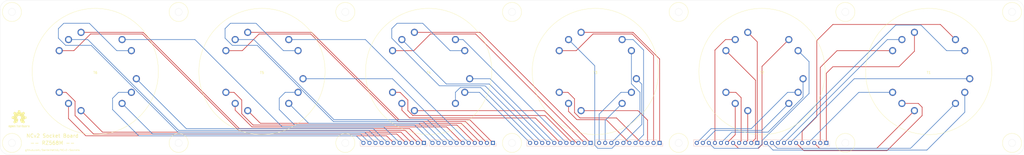
<source format=kicad_pcb>
(kicad_pcb (version 20171130) (host pcbnew "(5.1.10)-1")

  (general
    (thickness 1.6)
    (drawings 39)
    (tracks 267)
    (zones 0)
    (modules 13)
    (nets 67)
  )

  (page A4)
  (layers
    (0 F.Cu signal)
    (31 B.Cu signal)
    (32 B.Adhes user)
    (33 F.Adhes user)
    (34 B.Paste user)
    (35 F.Paste user)
    (36 B.SilkS user)
    (37 F.SilkS user)
    (38 B.Mask user)
    (39 F.Mask user)
    (40 Dwgs.User user)
    (41 Cmts.User user)
    (42 Eco1.User user)
    (43 Eco2.User user)
    (44 Edge.Cuts user)
    (45 Margin user)
    (46 B.CrtYd user hide)
    (47 F.CrtYd user hide)
    (48 B.Fab user hide)
    (49 F.Fab user hide)
  )

  (setup
    (last_trace_width 0.25)
    (trace_clearance 0.2)
    (zone_clearance 0.508)
    (zone_45_only no)
    (trace_min 0.2)
    (via_size 0.8)
    (via_drill 0.4)
    (via_min_size 0.4)
    (via_min_drill 0.3)
    (uvia_size 0.3)
    (uvia_drill 0.1)
    (uvias_allowed no)
    (uvia_min_size 0.2)
    (uvia_min_drill 0.1)
    (edge_width 0.05)
    (segment_width 0.2)
    (pcb_text_width 0.3)
    (pcb_text_size 1.5 1.5)
    (mod_edge_width 0.12)
    (mod_text_size 1 1)
    (mod_text_width 0.15)
    (pad_size 1.524 1.524)
    (pad_drill 0.762)
    (pad_to_mask_clearance 0)
    (aux_axis_origin 0 0)
    (visible_elements 7FFFFF7F)
    (pcbplotparams
      (layerselection 0x010fc_ffffffff)
      (usegerberextensions false)
      (usegerberattributes true)
      (usegerberadvancedattributes true)
      (creategerberjobfile false)
      (excludeedgelayer true)
      (linewidth 0.100000)
      (plotframeref false)
      (viasonmask false)
      (mode 1)
      (useauxorigin false)
      (hpglpennumber 1)
      (hpglpenspeed 20)
      (hpglpendiameter 15.000000)
      (psnegative false)
      (psa4output false)
      (plotreference true)
      (plotvalue true)
      (plotinvisibletext false)
      (padsonsilk false)
      (subtractmaskfromsilk false)
      (outputformat 1)
      (mirror false)
      (drillshape 0)
      (scaleselection 1)
      (outputdirectory "../Fabrication/RZ568M/"))
  )

  (net 0 "")
  (net 1 "Net-(J1-Pad1)")
  (net 2 "Net-(J1-Pad2)")
  (net 3 "Net-(J1-Pad3)")
  (net 4 "Net-(J1-Pad4)")
  (net 5 "Net-(J1-Pad5)")
  (net 6 "Net-(J1-Pad6)")
  (net 7 "Net-(J1-Pad7)")
  (net 8 "Net-(J1-Pad8)")
  (net 9 "Net-(J1-Pad9)")
  (net 10 "Net-(J1-Pad10)")
  (net 11 "Net-(J1-Pad11)")
  (net 12 "Net-(J2-Pad11)")
  (net 13 "Net-(J2-Pad10)")
  (net 14 "Net-(J2-Pad9)")
  (net 15 "Net-(J2-Pad8)")
  (net 16 "Net-(J2-Pad7)")
  (net 17 "Net-(J2-Pad6)")
  (net 18 "Net-(J2-Pad5)")
  (net 19 "Net-(J2-Pad4)")
  (net 20 "Net-(J2-Pad3)")
  (net 21 "Net-(J2-Pad2)")
  (net 22 "Net-(J2-Pad1)")
  (net 23 "Net-(J3-Pad1)")
  (net 24 "Net-(J3-Pad2)")
  (net 25 "Net-(J3-Pad3)")
  (net 26 "Net-(J3-Pad4)")
  (net 27 "Net-(J3-Pad5)")
  (net 28 "Net-(J3-Pad6)")
  (net 29 "Net-(J3-Pad7)")
  (net 30 "Net-(J3-Pad8)")
  (net 31 "Net-(J3-Pad9)")
  (net 32 "Net-(J3-Pad10)")
  (net 33 "Net-(J3-Pad11)")
  (net 34 "Net-(J4-Pad11)")
  (net 35 "Net-(J4-Pad10)")
  (net 36 "Net-(J4-Pad9)")
  (net 37 "Net-(J4-Pad8)")
  (net 38 "Net-(J4-Pad7)")
  (net 39 "Net-(J4-Pad6)")
  (net 40 "Net-(J4-Pad5)")
  (net 41 "Net-(J4-Pad4)")
  (net 42 "Net-(J4-Pad3)")
  (net 43 "Net-(J4-Pad2)")
  (net 44 "Net-(J4-Pad1)")
  (net 45 "Net-(J5-Pad1)")
  (net 46 "Net-(J5-Pad2)")
  (net 47 "Net-(J5-Pad3)")
  (net 48 "Net-(J5-Pad4)")
  (net 49 "Net-(J5-Pad5)")
  (net 50 "Net-(J5-Pad6)")
  (net 51 "Net-(J5-Pad7)")
  (net 52 "Net-(J5-Pad8)")
  (net 53 "Net-(J5-Pad9)")
  (net 54 "Net-(J5-Pad10)")
  (net 55 "Net-(J5-Pad11)")
  (net 56 "Net-(J6-Pad11)")
  (net 57 "Net-(J6-Pad10)")
  (net 58 "Net-(J6-Pad9)")
  (net 59 "Net-(J6-Pad8)")
  (net 60 "Net-(J6-Pad7)")
  (net 61 "Net-(J6-Pad6)")
  (net 62 "Net-(J6-Pad5)")
  (net 63 "Net-(J6-Pad4)")
  (net 64 "Net-(J6-Pad3)")
  (net 65 "Net-(J6-Pad2)")
  (net 66 "Net-(J6-Pad1)")

  (net_class Default "This is the default net class."
    (clearance 0.2)
    (trace_width 0.25)
    (via_dia 0.8)
    (via_drill 0.4)
    (uvia_dia 0.3)
    (uvia_drill 0.1)
    (add_net "Net-(J1-Pad1)")
    (add_net "Net-(J1-Pad10)")
    (add_net "Net-(J1-Pad11)")
    (add_net "Net-(J1-Pad2)")
    (add_net "Net-(J1-Pad3)")
    (add_net "Net-(J1-Pad4)")
    (add_net "Net-(J1-Pad5)")
    (add_net "Net-(J1-Pad6)")
    (add_net "Net-(J1-Pad7)")
    (add_net "Net-(J1-Pad8)")
    (add_net "Net-(J1-Pad9)")
    (add_net "Net-(J2-Pad1)")
    (add_net "Net-(J2-Pad10)")
    (add_net "Net-(J2-Pad11)")
    (add_net "Net-(J2-Pad2)")
    (add_net "Net-(J2-Pad3)")
    (add_net "Net-(J2-Pad4)")
    (add_net "Net-(J2-Pad5)")
    (add_net "Net-(J2-Pad6)")
    (add_net "Net-(J2-Pad7)")
    (add_net "Net-(J2-Pad8)")
    (add_net "Net-(J2-Pad9)")
    (add_net "Net-(J3-Pad1)")
    (add_net "Net-(J3-Pad10)")
    (add_net "Net-(J3-Pad11)")
    (add_net "Net-(J3-Pad2)")
    (add_net "Net-(J3-Pad3)")
    (add_net "Net-(J3-Pad4)")
    (add_net "Net-(J3-Pad5)")
    (add_net "Net-(J3-Pad6)")
    (add_net "Net-(J3-Pad7)")
    (add_net "Net-(J3-Pad8)")
    (add_net "Net-(J3-Pad9)")
    (add_net "Net-(J4-Pad1)")
    (add_net "Net-(J4-Pad10)")
    (add_net "Net-(J4-Pad11)")
    (add_net "Net-(J4-Pad2)")
    (add_net "Net-(J4-Pad3)")
    (add_net "Net-(J4-Pad4)")
    (add_net "Net-(J4-Pad5)")
    (add_net "Net-(J4-Pad6)")
    (add_net "Net-(J4-Pad7)")
    (add_net "Net-(J4-Pad8)")
    (add_net "Net-(J4-Pad9)")
    (add_net "Net-(J5-Pad1)")
    (add_net "Net-(J5-Pad10)")
    (add_net "Net-(J5-Pad11)")
    (add_net "Net-(J5-Pad2)")
    (add_net "Net-(J5-Pad3)")
    (add_net "Net-(J5-Pad4)")
    (add_net "Net-(J5-Pad5)")
    (add_net "Net-(J5-Pad6)")
    (add_net "Net-(J5-Pad7)")
    (add_net "Net-(J5-Pad8)")
    (add_net "Net-(J5-Pad9)")
    (add_net "Net-(J6-Pad1)")
    (add_net "Net-(J6-Pad10)")
    (add_net "Net-(J6-Pad11)")
    (add_net "Net-(J6-Pad2)")
    (add_net "Net-(J6-Pad3)")
    (add_net "Net-(J6-Pad4)")
    (add_net "Net-(J6-Pad5)")
    (add_net "Net-(J6-Pad6)")
    (add_net "Net-(J6-Pad7)")
    (add_net "Net-(J6-Pad8)")
    (add_net "Net-(J6-Pad9)")
  )

  (module Tubes:RZ568M (layer F.Cu) (tedit 617B7A9E) (tstamp 617BDB96)
    (at 225 90)
    (path /617C0C4E)
    (fp_text reference T2 (at 0 0.5) (layer F.SilkS)
      (effects (font (size 1 1) (thickness 0.15)))
    )
    (fp_text value TUBE (at 0 -0.5) (layer F.Fab)
      (effects (font (size 1 1) (thickness 0.15)))
    )
    (fp_circle (center 0 0) (end 26.5 0) (layer F.SilkS) (width 0.12))
    (pad 3 thru_hole circle (at -5.985352 16.44462) (size 3 3) (drill 1.95) (layers *.Cu *.Mask)
      (net 20 "Net-(J2-Pad3)"))
    (pad 4 thru_hole circle (at -15.155444 8.749999) (size 3 3) (drill 1.95) (layers *.Cu *.Mask)
      (net 19 "Net-(J2-Pad4)"))
    (pad 6 thru_hole circle (at -11.248783 13.405777) (size 3 3) (drill 1.95) (layers *.Cu *.Mask)
      (net 17 "Net-(J2-Pad6)"))
    (pad 11 thru_hole circle (at 15.155444 8.749999) (size 3 3) (drill 1.95) (layers *.Cu *.Mask)
      (net 12 "Net-(J2-Pad11)"))
    (pad 10 thru_hole circle (at 11.248783 13.405777) (size 3 3) (drill 1.95) (layers *.Cu *.Mask)
      (net 13 "Net-(J2-Pad10)"))
    (pad 9 thru_hole circle (at 15.155444 -8.75) (size 3 3) (drill 1.95) (layers *.Cu *.Mask)
      (net 14 "Net-(J2-Pad9)"))
    (pad 7 thru_hole circle (at 17.234135 3.038843) (size 3 3) (drill 1.95) (layers *.Cu *.Mask)
      (net 16 "Net-(J2-Pad7)"))
    (pad 1 thru_hole circle (at -5.985352 -16.44462) (size 3 3) (drill 1.95) (layers *.Cu *.Mask)
      (net 22 "Net-(J2-Pad1)"))
    (pad 5 thru_hole circle (at 11.248783 -13.405777) (size 3 3) (drill 1.95) (layers *.Cu *.Mask)
      (net 18 "Net-(J2-Pad5)"))
    (pad 8 thru_hole circle (at -11.248783 -13.405777) (size 3 3) (drill 1.95) (layers *.Cu *.Mask)
      (net 15 "Net-(J2-Pad8)"))
    (pad 2 thru_hole circle (at -15.155444 -8.75) (size 3 3) (drill 1.95) (layers *.Cu *.Mask)
      (net 21 "Net-(J2-Pad2)"))
  )

  (module Symbol:OSHW-Logo2_9.8x8mm_SilkScreen (layer F.Cu) (tedit 0) (tstamp 617BE108)
    (at -87 110)
    (descr "Open Source Hardware Symbol")
    (tags "Logo Symbol OSHW")
    (attr virtual)
    (fp_text reference REF** (at 0 0) (layer F.SilkS) hide
      (effects (font (size 1 1) (thickness 0.15)))
    )
    (fp_text value OSHW-Logo2_9.8x8mm_SilkScreen (at 0.75 0) (layer F.Fab) hide
      (effects (font (size 1 1) (thickness 0.15)))
    )
    (fp_poly (pts (xy -3.231114 2.584505) (xy -3.156461 2.621727) (xy -3.090569 2.690261) (xy -3.072423 2.715648)
      (xy -3.052655 2.748866) (xy -3.039828 2.784945) (xy -3.03249 2.833098) (xy -3.029187 2.902536)
      (xy -3.028462 2.994206) (xy -3.031737 3.11983) (xy -3.043123 3.214154) (xy -3.064959 3.284523)
      (xy -3.099581 3.338286) (xy -3.14933 3.382788) (xy -3.152986 3.385423) (xy -3.202015 3.412377)
      (xy -3.261055 3.425712) (xy -3.336141 3.429) (xy -3.458205 3.429) (xy -3.458256 3.547497)
      (xy -3.459392 3.613492) (xy -3.466314 3.652202) (xy -3.484402 3.675419) (xy -3.519038 3.694933)
      (xy -3.527355 3.69892) (xy -3.56628 3.717603) (xy -3.596417 3.729403) (xy -3.618826 3.730422)
      (xy -3.634567 3.716761) (xy -3.644698 3.684522) (xy -3.650277 3.629804) (xy -3.652365 3.548711)
      (xy -3.652019 3.437344) (xy -3.6503 3.291802) (xy -3.649763 3.248269) (xy -3.647828 3.098205)
      (xy -3.646096 3.000042) (xy -3.458308 3.000042) (xy -3.457252 3.083364) (xy -3.452562 3.13788)
      (xy -3.441949 3.173837) (xy -3.423128 3.201482) (xy -3.41035 3.214965) (xy -3.35811 3.254417)
      (xy -3.311858 3.257628) (xy -3.264133 3.225049) (xy -3.262923 3.223846) (xy -3.243506 3.198668)
      (xy -3.231693 3.164447) (xy -3.225735 3.111748) (xy -3.22388 3.031131) (xy -3.223846 3.013271)
      (xy -3.22833 2.902175) (xy -3.242926 2.825161) (xy -3.26935 2.778147) (xy -3.309317 2.75705)
      (xy -3.332416 2.754923) (xy -3.387238 2.7649) (xy -3.424842 2.797752) (xy -3.447477 2.857857)
      (xy -3.457394 2.949598) (xy -3.458308 3.000042) (xy -3.646096 3.000042) (xy -3.645778 2.98206)
      (xy -3.643127 2.894679) (xy -3.639394 2.830905) (xy -3.634093 2.785582) (xy -3.626742 2.753555)
      (xy -3.616857 2.729668) (xy -3.603954 2.708764) (xy -3.598421 2.700898) (xy -3.525031 2.626595)
      (xy -3.43224 2.584467) (xy -3.324904 2.572722) (xy -3.231114 2.584505)) (layer F.SilkS) (width 0.01))
    (fp_poly (pts (xy -1.728336 2.595089) (xy -1.665633 2.631358) (xy -1.622039 2.667358) (xy -1.590155 2.705075)
      (xy -1.56819 2.751199) (xy -1.554351 2.812421) (xy -1.546847 2.895431) (xy -1.543883 3.006919)
      (xy -1.543539 3.087062) (xy -1.543539 3.382065) (xy -1.709615 3.456515) (xy -1.719385 3.133402)
      (xy -1.723421 3.012729) (xy -1.727656 2.925141) (xy -1.732903 2.86465) (xy -1.739975 2.825268)
      (xy -1.749689 2.801007) (xy -1.762856 2.78588) (xy -1.767081 2.782606) (xy -1.831091 2.757034)
      (xy -1.895792 2.767153) (xy -1.934308 2.794) (xy -1.949975 2.813024) (xy -1.96082 2.837988)
      (xy -1.967712 2.875834) (xy -1.971521 2.933502) (xy -1.973117 3.017935) (xy -1.973385 3.105928)
      (xy -1.973437 3.216323) (xy -1.975328 3.294463) (xy -1.981655 3.347165) (xy -1.995017 3.381242)
      (xy -2.018015 3.403511) (xy -2.053246 3.420787) (xy -2.100303 3.438738) (xy -2.151697 3.458278)
      (xy -2.145579 3.111485) (xy -2.143116 2.986468) (xy -2.140233 2.894082) (xy -2.136102 2.827881)
      (xy -2.129893 2.78142) (xy -2.120774 2.748256) (xy -2.107917 2.721944) (xy -2.092416 2.698729)
      (xy -2.017629 2.624569) (xy -1.926372 2.581684) (xy -1.827117 2.571412) (xy -1.728336 2.595089)) (layer F.SilkS) (width 0.01))
    (fp_poly (pts (xy -3.983114 2.587256) (xy -3.891536 2.635409) (xy -3.823951 2.712905) (xy -3.799943 2.762727)
      (xy -3.781262 2.837533) (xy -3.771699 2.932052) (xy -3.770792 3.03521) (xy -3.778079 3.135935)
      (xy -3.793097 3.223153) (xy -3.815385 3.285791) (xy -3.822235 3.296579) (xy -3.903368 3.377105)
      (xy -3.999734 3.425336) (xy -4.104299 3.43945) (xy -4.210032 3.417629) (xy -4.239457 3.404547)
      (xy -4.296759 3.364231) (xy -4.34705 3.310775) (xy -4.351803 3.303995) (xy -4.371122 3.271321)
      (xy -4.383892 3.236394) (xy -4.391436 3.190414) (xy -4.395076 3.124584) (xy -4.396135 3.030105)
      (xy -4.396154 3.008923) (xy -4.396106 3.002182) (xy -4.200769 3.002182) (xy -4.199632 3.091349)
      (xy -4.195159 3.15052) (xy -4.185754 3.188741) (xy -4.169824 3.215053) (xy -4.161692 3.223846)
      (xy -4.114942 3.257261) (xy -4.069553 3.255737) (xy -4.02366 3.226752) (xy -3.996288 3.195809)
      (xy -3.980077 3.150643) (xy -3.970974 3.07942) (xy -3.970349 3.071114) (xy -3.968796 2.942037)
      (xy -3.985035 2.846172) (xy -4.018848 2.784107) (xy -4.070016 2.756432) (xy -4.08828 2.754923)
      (xy -4.13624 2.762513) (xy -4.169047 2.788808) (xy -4.189105 2.839095) (xy -4.198822 2.918664)
      (xy -4.200769 3.002182) (xy -4.396106 3.002182) (xy -4.395426 2.908249) (xy -4.392371 2.837906)
      (xy -4.385678 2.789163) (xy -4.37404 2.753288) (xy -4.356147 2.721548) (xy -4.352192 2.715648)
      (xy -4.285733 2.636104) (xy -4.213315 2.589929) (xy -4.125151 2.571599) (xy -4.095213 2.570703)
      (xy -3.983114 2.587256)) (layer F.SilkS) (width 0.01))
    (fp_poly (pts (xy -2.465746 2.599745) (xy -2.388714 2.651567) (xy -2.329184 2.726412) (xy -2.293622 2.821654)
      (xy -2.286429 2.891756) (xy -2.287246 2.921009) (xy -2.294086 2.943407) (xy -2.312888 2.963474)
      (xy -2.349592 2.985733) (xy -2.410138 3.014709) (xy -2.500466 3.054927) (xy -2.500923 3.055129)
      (xy -2.584067 3.09321) (xy -2.652247 3.127025) (xy -2.698495 3.152933) (xy -2.715842 3.167295)
      (xy -2.715846 3.167411) (xy -2.700557 3.198685) (xy -2.664804 3.233157) (xy -2.623758 3.25799)
      (xy -2.602963 3.262923) (xy -2.54623 3.245862) (xy -2.497373 3.203133) (xy -2.473535 3.156155)
      (xy -2.450603 3.121522) (xy -2.405682 3.082081) (xy -2.352877 3.048009) (xy -2.30629 3.02948)
      (xy -2.296548 3.028462) (xy -2.285582 3.045215) (xy -2.284921 3.088039) (xy -2.29298 3.145781)
      (xy -2.308173 3.207289) (xy -2.328914 3.261409) (xy -2.329962 3.26351) (xy -2.392379 3.35066)
      (xy -2.473274 3.409939) (xy -2.565144 3.439034) (xy -2.660487 3.435634) (xy -2.751802 3.397428)
      (xy -2.755862 3.394741) (xy -2.827694 3.329642) (xy -2.874927 3.244705) (xy -2.901066 3.133021)
      (xy -2.904574 3.101643) (xy -2.910787 2.953536) (xy -2.903339 2.884468) (xy -2.715846 2.884468)
      (xy -2.71341 2.927552) (xy -2.700086 2.940126) (xy -2.666868 2.930719) (xy -2.614506 2.908483)
      (xy -2.555976 2.88061) (xy -2.554521 2.879872) (xy -2.504911 2.853777) (xy -2.485 2.836363)
      (xy -2.48991 2.818107) (xy -2.510584 2.79412) (xy -2.563181 2.759406) (xy -2.619823 2.756856)
      (xy -2.670631 2.782119) (xy -2.705724 2.830847) (xy -2.715846 2.884468) (xy -2.903339 2.884468)
      (xy -2.898008 2.835036) (xy -2.865222 2.741055) (xy -2.819579 2.675215) (xy -2.737198 2.608681)
      (xy -2.646454 2.575676) (xy -2.553815 2.573573) (xy -2.465746 2.599745)) (layer F.SilkS) (width 0.01))
    (fp_poly (pts (xy -0.840154 2.49212) (xy -0.834428 2.57198) (xy -0.827851 2.619039) (xy -0.818738 2.639566)
      (xy -0.805402 2.639829) (xy -0.801077 2.637378) (xy -0.743556 2.619636) (xy -0.668732 2.620672)
      (xy -0.592661 2.63891) (xy -0.545082 2.662505) (xy -0.496298 2.700198) (xy -0.460636 2.742855)
      (xy -0.436155 2.797057) (xy -0.420913 2.869384) (xy -0.41297 2.966419) (xy -0.410384 3.094742)
      (xy -0.410338 3.119358) (xy -0.410308 3.39587) (xy -0.471839 3.41732) (xy -0.515541 3.431912)
      (xy -0.539518 3.438706) (xy -0.540223 3.438769) (xy -0.542585 3.420345) (xy -0.544594 3.369526)
      (xy -0.546099 3.292993) (xy -0.546947 3.19743) (xy -0.547077 3.139329) (xy -0.547349 3.024771)
      (xy -0.548748 2.942667) (xy -0.552151 2.886393) (xy -0.558433 2.849326) (xy -0.568471 2.824844)
      (xy -0.583139 2.806325) (xy -0.592298 2.797406) (xy -0.655211 2.761466) (xy -0.723864 2.758775)
      (xy -0.786152 2.78917) (xy -0.797671 2.800144) (xy -0.814567 2.820779) (xy -0.826286 2.845256)
      (xy -0.833767 2.880647) (xy -0.837946 2.934026) (xy -0.839763 3.012466) (xy -0.840154 3.120617)
      (xy -0.840154 3.39587) (xy -0.901685 3.41732) (xy -0.945387 3.431912) (xy -0.969364 3.438706)
      (xy -0.97007 3.438769) (xy -0.971874 3.420069) (xy -0.9735 3.367322) (xy -0.974883 3.285557)
      (xy -0.975958 3.179805) (xy -0.97666 3.055094) (xy -0.976923 2.916455) (xy -0.976923 2.381806)
      (xy -0.849923 2.328236) (xy -0.840154 2.49212)) (layer F.SilkS) (width 0.01))
    (fp_poly (pts (xy 0.053501 2.626303) (xy 0.13006 2.654733) (xy 0.130936 2.655279) (xy 0.178285 2.690127)
      (xy 0.213241 2.730852) (xy 0.237825 2.783925) (xy 0.254062 2.855814) (xy 0.263975 2.952992)
      (xy 0.269586 3.081928) (xy 0.270077 3.100298) (xy 0.277141 3.377287) (xy 0.217695 3.408028)
      (xy 0.174681 3.428802) (xy 0.14871 3.438646) (xy 0.147509 3.438769) (xy 0.143014 3.420606)
      (xy 0.139444 3.371612) (xy 0.137248 3.300031) (xy 0.136769 3.242068) (xy 0.136758 3.14817)
      (xy 0.132466 3.089203) (xy 0.117503 3.061079) (xy 0.085482 3.059706) (xy 0.030014 3.080998)
      (xy -0.053731 3.120136) (xy -0.115311 3.152643) (xy -0.146983 3.180845) (xy -0.156294 3.211582)
      (xy -0.156308 3.213104) (xy -0.140943 3.266054) (xy -0.095453 3.29466) (xy -0.025834 3.298803)
      (xy 0.024313 3.298084) (xy 0.050754 3.312527) (xy 0.067243 3.347218) (xy 0.076733 3.391416)
      (xy 0.063057 3.416493) (xy 0.057907 3.420082) (xy 0.009425 3.434496) (xy -0.058469 3.436537)
      (xy -0.128388 3.426983) (xy -0.177932 3.409522) (xy -0.24643 3.351364) (xy -0.285366 3.270408)
      (xy -0.293077 3.20716) (xy -0.287193 3.150111) (xy -0.265899 3.103542) (xy -0.223735 3.062181)
      (xy -0.155241 3.020755) (xy -0.054956 2.973993) (xy -0.048846 2.97135) (xy 0.04149 2.929617)
      (xy 0.097235 2.895391) (xy 0.121129 2.864635) (xy 0.115913 2.833311) (xy 0.084328 2.797383)
      (xy 0.074883 2.789116) (xy 0.011617 2.757058) (xy -0.053936 2.758407) (xy -0.111028 2.789838)
      (xy -0.148907 2.848024) (xy -0.152426 2.859446) (xy -0.1867 2.914837) (xy -0.230191 2.941518)
      (xy -0.293077 2.96796) (xy -0.293077 2.899548) (xy -0.273948 2.80011) (xy -0.217169 2.708902)
      (xy -0.187622 2.678389) (xy -0.120458 2.639228) (xy -0.035044 2.6215) (xy 0.053501 2.626303)) (layer F.SilkS) (width 0.01))
    (fp_poly (pts (xy 0.713362 2.62467) (xy 0.802117 2.657421) (xy 0.874022 2.71535) (xy 0.902144 2.756128)
      (xy 0.932802 2.830954) (xy 0.932165 2.885058) (xy 0.899987 2.921446) (xy 0.888081 2.927633)
      (xy 0.836675 2.946925) (xy 0.810422 2.941982) (xy 0.80153 2.909587) (xy 0.801077 2.891692)
      (xy 0.784797 2.825859) (xy 0.742365 2.779807) (xy 0.683388 2.757564) (xy 0.617475 2.763161)
      (xy 0.563895 2.792229) (xy 0.545798 2.80881) (xy 0.532971 2.828925) (xy 0.524306 2.859332)
      (xy 0.518696 2.906788) (xy 0.515035 2.97805) (xy 0.512215 3.079875) (xy 0.511484 3.112115)
      (xy 0.50882 3.22241) (xy 0.505792 3.300036) (xy 0.50125 3.351396) (xy 0.494046 3.38289)
      (xy 0.483033 3.40092) (xy 0.46706 3.411888) (xy 0.456834 3.416733) (xy 0.413406 3.433301)
      (xy 0.387842 3.438769) (xy 0.379395 3.420507) (xy 0.374239 3.365296) (xy 0.372346 3.272499)
      (xy 0.373689 3.141478) (xy 0.374107 3.121269) (xy 0.377058 3.001733) (xy 0.380548 2.914449)
      (xy 0.385514 2.852591) (xy 0.392893 2.809336) (xy 0.403624 2.77786) (xy 0.418645 2.751339)
      (xy 0.426502 2.739975) (xy 0.471553 2.689692) (xy 0.52194 2.650581) (xy 0.528108 2.647167)
      (xy 0.618458 2.620212) (xy 0.713362 2.62467)) (layer F.SilkS) (width 0.01))
    (fp_poly (pts (xy 1.602081 2.780289) (xy 1.601833 2.92632) (xy 1.600872 3.038655) (xy 1.598794 3.122678)
      (xy 1.595193 3.183769) (xy 1.589665 3.227309) (xy 1.581804 3.258679) (xy 1.571207 3.283262)
      (xy 1.563182 3.297294) (xy 1.496728 3.373388) (xy 1.41247 3.421084) (xy 1.319249 3.438199)
      (xy 1.2259 3.422546) (xy 1.170312 3.394418) (xy 1.111957 3.34576) (xy 1.072186 3.286333)
      (xy 1.04819 3.208507) (xy 1.037161 3.104652) (xy 1.035599 3.028462) (xy 1.035809 3.022986)
      (xy 1.172308 3.022986) (xy 1.173141 3.110355) (xy 1.176961 3.168192) (xy 1.185746 3.206029)
      (xy 1.201474 3.233398) (xy 1.220266 3.254042) (xy 1.283375 3.29389) (xy 1.351137 3.297295)
      (xy 1.415179 3.264025) (xy 1.420164 3.259517) (xy 1.441439 3.236067) (xy 1.454779 3.208166)
      (xy 1.462001 3.166641) (xy 1.464923 3.102316) (xy 1.465385 3.0312) (xy 1.464383 2.941858)
      (xy 1.460238 2.882258) (xy 1.451236 2.843089) (xy 1.435667 2.81504) (xy 1.422902 2.800144)
      (xy 1.3636 2.762575) (xy 1.295301 2.758057) (xy 1.23011 2.786753) (xy 1.217528 2.797406)
      (xy 1.196111 2.821063) (xy 1.182744 2.849251) (xy 1.175566 2.891245) (xy 1.172719 2.956319)
      (xy 1.172308 3.022986) (xy 1.035809 3.022986) (xy 1.040322 2.905765) (xy 1.056362 2.813577)
      (xy 1.086528 2.744269) (xy 1.133629 2.690211) (xy 1.170312 2.662505) (xy 1.23699 2.632572)
      (xy 1.314272 2.618678) (xy 1.38611 2.622397) (xy 1.426308 2.6374) (xy 1.442082 2.64167)
      (xy 1.45255 2.62575) (xy 1.459856 2.583089) (xy 1.465385 2.518106) (xy 1.471437 2.445732)
      (xy 1.479844 2.402187) (xy 1.495141 2.377287) (xy 1.521864 2.360845) (xy 1.538654 2.353564)
      (xy 1.602154 2.326963) (xy 1.602081 2.780289)) (layer F.SilkS) (width 0.01))
    (fp_poly (pts (xy 2.395929 2.636662) (xy 2.398911 2.688068) (xy 2.401247 2.766192) (xy 2.402749 2.864857)
      (xy 2.403231 2.968343) (xy 2.403231 3.318533) (xy 2.341401 3.380363) (xy 2.298793 3.418462)
      (xy 2.26139 3.433895) (xy 2.21027 3.432918) (xy 2.189978 3.430433) (xy 2.126554 3.4232)
      (xy 2.074095 3.419055) (xy 2.061308 3.418672) (xy 2.018199 3.421176) (xy 1.956544 3.427462)
      (xy 1.932638 3.430433) (xy 1.873922 3.435028) (xy 1.834464 3.425046) (xy 1.795338 3.394228)
      (xy 1.781215 3.380363) (xy 1.719385 3.318533) (xy 1.719385 2.663503) (xy 1.76915 2.640829)
      (xy 1.812002 2.624034) (xy 1.837073 2.618154) (xy 1.843501 2.636736) (xy 1.849509 2.688655)
      (xy 1.854697 2.768172) (xy 1.858664 2.869546) (xy 1.860577 2.955192) (xy 1.865923 3.292231)
      (xy 1.91256 3.298825) (xy 1.954976 3.294214) (xy 1.97576 3.279287) (xy 1.98157 3.251377)
      (xy 1.98653 3.191925) (xy 1.990246 3.108466) (xy 1.992324 3.008532) (xy 1.992624 2.957104)
      (xy 1.992923 2.661054) (xy 2.054454 2.639604) (xy 2.098004 2.62502) (xy 2.121694 2.618219)
      (xy 2.122377 2.618154) (xy 2.124754 2.636642) (xy 2.127366 2.687906) (xy 2.129995 2.765649)
      (xy 2.132421 2.863574) (xy 2.134115 2.955192) (xy 2.139461 3.292231) (xy 2.256692 3.292231)
      (xy 2.262072 2.984746) (xy 2.267451 2.677261) (xy 2.324601 2.647707) (xy 2.366797 2.627413)
      (xy 2.39177 2.618204) (xy 2.392491 2.618154) (xy 2.395929 2.636662)) (layer F.SilkS) (width 0.01))
    (fp_poly (pts (xy 2.887333 2.633528) (xy 2.94359 2.659117) (xy 2.987747 2.690124) (xy 3.020101 2.724795)
      (xy 3.042438 2.76952) (xy 3.056546 2.830692) (xy 3.064211 2.914701) (xy 3.06722 3.02794)
      (xy 3.067538 3.102509) (xy 3.067538 3.39342) (xy 3.017773 3.416095) (xy 2.978576 3.432667)
      (xy 2.959157 3.438769) (xy 2.955442 3.42061) (xy 2.952495 3.371648) (xy 2.950691 3.300153)
      (xy 2.950308 3.243385) (xy 2.948661 3.161371) (xy 2.944222 3.096309) (xy 2.93774 3.056467)
      (xy 2.93259 3.048) (xy 2.897977 3.056646) (xy 2.84364 3.078823) (xy 2.780722 3.108886)
      (xy 2.720368 3.141192) (xy 2.673721 3.170098) (xy 2.651926 3.189961) (xy 2.651839 3.190175)
      (xy 2.653714 3.226935) (xy 2.670525 3.262026) (xy 2.700039 3.290528) (xy 2.743116 3.300061)
      (xy 2.779932 3.29895) (xy 2.832074 3.298133) (xy 2.859444 3.310349) (xy 2.875882 3.342624)
      (xy 2.877955 3.34871) (xy 2.885081 3.394739) (xy 2.866024 3.422687) (xy 2.816353 3.436007)
      (xy 2.762697 3.43847) (xy 2.666142 3.42021) (xy 2.616159 3.394131) (xy 2.554429 3.332868)
      (xy 2.52169 3.25767) (xy 2.518753 3.178211) (xy 2.546424 3.104167) (xy 2.588047 3.057769)
      (xy 2.629604 3.031793) (xy 2.694922 2.998907) (xy 2.771038 2.965557) (xy 2.783726 2.960461)
      (xy 2.867333 2.923565) (xy 2.91553 2.891046) (xy 2.93103 2.858718) (xy 2.91655 2.822394)
      (xy 2.891692 2.794) (xy 2.832939 2.759039) (xy 2.768293 2.756417) (xy 2.709008 2.783358)
      (xy 2.666339 2.837088) (xy 2.660739 2.85095) (xy 2.628133 2.901936) (xy 2.58053 2.939787)
      (xy 2.520461 2.97085) (xy 2.520461 2.882768) (xy 2.523997 2.828951) (xy 2.539156 2.786534)
      (xy 2.572768 2.741279) (xy 2.605035 2.70642) (xy 2.655209 2.657062) (xy 2.694193 2.630547)
      (xy 2.736064 2.619911) (xy 2.78346 2.618154) (xy 2.887333 2.633528)) (layer F.SilkS) (width 0.01))
    (fp_poly (pts (xy 3.570807 2.636782) (xy 3.594161 2.646988) (xy 3.649902 2.691134) (xy 3.697569 2.754967)
      (xy 3.727048 2.823087) (xy 3.731846 2.85667) (xy 3.71576 2.903556) (xy 3.680475 2.928365)
      (xy 3.642644 2.943387) (xy 3.625321 2.946155) (xy 3.616886 2.926066) (xy 3.60023 2.882351)
      (xy 3.592923 2.862598) (xy 3.551948 2.794271) (xy 3.492622 2.760191) (xy 3.416552 2.761239)
      (xy 3.410918 2.762581) (xy 3.370305 2.781836) (xy 3.340448 2.819375) (xy 3.320055 2.879809)
      (xy 3.307836 2.967751) (xy 3.3025 3.087813) (xy 3.302 3.151698) (xy 3.301752 3.252403)
      (xy 3.300126 3.321054) (xy 3.295801 3.364673) (xy 3.287454 3.390282) (xy 3.273765 3.404903)
      (xy 3.253411 3.415558) (xy 3.252234 3.416095) (xy 3.213038 3.432667) (xy 3.193619 3.438769)
      (xy 3.190635 3.420319) (xy 3.188081 3.369323) (xy 3.18614 3.292308) (xy 3.184997 3.195805)
      (xy 3.184769 3.125184) (xy 3.185932 2.988525) (xy 3.190479 2.884851) (xy 3.199999 2.808108)
      (xy 3.216081 2.752246) (xy 3.240313 2.711212) (xy 3.274286 2.678954) (xy 3.307833 2.65644)
      (xy 3.388499 2.626476) (xy 3.482381 2.619718) (xy 3.570807 2.636782)) (layer F.SilkS) (width 0.01))
    (fp_poly (pts (xy 4.245224 2.647838) (xy 4.322528 2.698361) (xy 4.359814 2.74359) (xy 4.389353 2.825663)
      (xy 4.391699 2.890607) (xy 4.386385 2.977445) (xy 4.186115 3.065103) (xy 4.088739 3.109887)
      (xy 4.025113 3.145913) (xy 3.992029 3.177117) (xy 3.98628 3.207436) (xy 4.004658 3.240805)
      (xy 4.024923 3.262923) (xy 4.083889 3.298393) (xy 4.148024 3.300879) (xy 4.206926 3.273235)
      (xy 4.250197 3.21832) (xy 4.257936 3.198928) (xy 4.295006 3.138364) (xy 4.337654 3.112552)
      (xy 4.396154 3.090471) (xy 4.396154 3.174184) (xy 4.390982 3.23115) (xy 4.370723 3.279189)
      (xy 4.328262 3.334346) (xy 4.321951 3.341514) (xy 4.27472 3.390585) (xy 4.234121 3.41692)
      (xy 4.183328 3.429035) (xy 4.14122 3.433003) (xy 4.065902 3.433991) (xy 4.012286 3.421466)
      (xy 3.978838 3.402869) (xy 3.926268 3.361975) (xy 3.889879 3.317748) (xy 3.86685 3.262126)
      (xy 3.854359 3.187047) (xy 3.849587 3.084449) (xy 3.849206 3.032376) (xy 3.850501 2.969948)
      (xy 3.968471 2.969948) (xy 3.969839 3.003438) (xy 3.973249 3.008923) (xy 3.995753 3.001472)
      (xy 4.044182 2.981753) (xy 4.108908 2.953718) (xy 4.122443 2.947692) (xy 4.204244 2.906096)
      (xy 4.249312 2.869538) (xy 4.259217 2.835296) (xy 4.235526 2.800648) (xy 4.21596 2.785339)
      (xy 4.14536 2.754721) (xy 4.07928 2.75978) (xy 4.023959 2.797151) (xy 3.985636 2.863473)
      (xy 3.973349 2.916116) (xy 3.968471 2.969948) (xy 3.850501 2.969948) (xy 3.85173 2.91072)
      (xy 3.861032 2.82071) (xy 3.87946 2.755167) (xy 3.90936 2.706912) (xy 3.95308 2.668767)
      (xy 3.972141 2.65644) (xy 4.058726 2.624336) (xy 4.153522 2.622316) (xy 4.245224 2.647838)) (layer F.SilkS) (width 0.01))
    (fp_poly (pts (xy 0.139878 -3.712224) (xy 0.245612 -3.711645) (xy 0.322132 -3.710078) (xy 0.374372 -3.707028)
      (xy 0.407263 -3.702004) (xy 0.425737 -3.694511) (xy 0.434727 -3.684056) (xy 0.439163 -3.670147)
      (xy 0.439594 -3.668346) (xy 0.446333 -3.635855) (xy 0.458808 -3.571748) (xy 0.475719 -3.482849)
      (xy 0.495771 -3.375981) (xy 0.517664 -3.257967) (xy 0.518429 -3.253822) (xy 0.540359 -3.138169)
      (xy 0.560877 -3.035986) (xy 0.578659 -2.953402) (xy 0.592381 -2.896544) (xy 0.600718 -2.871542)
      (xy 0.601116 -2.871099) (xy 0.625677 -2.85889) (xy 0.676315 -2.838544) (xy 0.742095 -2.814455)
      (xy 0.742461 -2.814326) (xy 0.825317 -2.783182) (xy 0.923 -2.743509) (xy 1.015077 -2.703619)
      (xy 1.019434 -2.701647) (xy 1.169407 -2.63358) (xy 1.501498 -2.860361) (xy 1.603374 -2.929496)
      (xy 1.695657 -2.991303) (xy 1.773003 -3.042267) (xy 1.830064 -3.078873) (xy 1.861495 -3.097606)
      (xy 1.864479 -3.098996) (xy 1.887321 -3.09281) (xy 1.929982 -3.062965) (xy 1.994128 -3.008053)
      (xy 2.081421 -2.926666) (xy 2.170535 -2.840078) (xy 2.256441 -2.754753) (xy 2.333327 -2.676892)
      (xy 2.396564 -2.611303) (xy 2.441523 -2.562795) (xy 2.463576 -2.536175) (xy 2.464396 -2.534805)
      (xy 2.466834 -2.516537) (xy 2.45765 -2.486705) (xy 2.434574 -2.441279) (xy 2.395337 -2.37623)
      (xy 2.33767 -2.28753) (xy 2.260795 -2.173343) (xy 2.19257 -2.072838) (xy 2.131582 -1.982697)
      (xy 2.081356 -1.908151) (xy 2.045416 -1.854435) (xy 2.027287 -1.826782) (xy 2.026146 -1.824905)
      (xy 2.028359 -1.79841) (xy 2.045138 -1.746914) (xy 2.073142 -1.680149) (xy 2.083122 -1.658828)
      (xy 2.126672 -1.563841) (xy 2.173134 -1.456063) (xy 2.210877 -1.362808) (xy 2.238073 -1.293594)
      (xy 2.259675 -1.240994) (xy 2.272158 -1.213503) (xy 2.273709 -1.211384) (xy 2.296668 -1.207876)
      (xy 2.350786 -1.198262) (xy 2.428868 -1.183911) (xy 2.523719 -1.166193) (xy 2.628143 -1.146475)
      (xy 2.734944 -1.126126) (xy 2.836926 -1.106514) (xy 2.926894 -1.089009) (xy 2.997653 -1.074978)
      (xy 3.042006 -1.065791) (xy 3.052885 -1.063193) (xy 3.064122 -1.056782) (xy 3.072605 -1.042303)
      (xy 3.078714 -1.014867) (xy 3.082832 -0.969589) (xy 3.085341 -0.90158) (xy 3.086621 -0.805953)
      (xy 3.087054 -0.67782) (xy 3.087077 -0.625299) (xy 3.087077 -0.198155) (xy 2.9845 -0.177909)
      (xy 2.927431 -0.16693) (xy 2.842269 -0.150905) (xy 2.739372 -0.131767) (xy 2.629096 -0.111449)
      (xy 2.598615 -0.105868) (xy 2.496855 -0.086083) (xy 2.408205 -0.066627) (xy 2.340108 -0.049303)
      (xy 2.300004 -0.035912) (xy 2.293323 -0.031921) (xy 2.276919 -0.003658) (xy 2.253399 0.051109)
      (xy 2.227316 0.121588) (xy 2.222142 0.136769) (xy 2.187956 0.230896) (xy 2.145523 0.337101)
      (xy 2.103997 0.432473) (xy 2.103792 0.432916) (xy 2.03464 0.582525) (xy 2.489512 1.251617)
      (xy 2.1975 1.544116) (xy 2.10918 1.63117) (xy 2.028625 1.707909) (xy 1.96036 1.770237)
      (xy 1.908908 1.814056) (xy 1.878794 1.83527) (xy 1.874474 1.836616) (xy 1.849111 1.826016)
      (xy 1.797358 1.796547) (xy 1.724868 1.751705) (xy 1.637294 1.694984) (xy 1.542612 1.631462)
      (xy 1.446516 1.566668) (xy 1.360837 1.510287) (xy 1.291016 1.465788) (xy 1.242494 1.436639)
      (xy 1.220782 1.426308) (xy 1.194293 1.43505) (xy 1.144062 1.458087) (xy 1.080451 1.490631)
      (xy 1.073708 1.494249) (xy 0.988046 1.53721) (xy 0.929306 1.558279) (xy 0.892772 1.558503)
      (xy 0.873731 1.538928) (xy 0.87362 1.538654) (xy 0.864102 1.515472) (xy 0.841403 1.460441)
      (xy 0.807282 1.377822) (xy 0.7635 1.271872) (xy 0.711816 1.146852) (xy 0.653992 1.00702)
      (xy 0.597991 0.871637) (xy 0.536447 0.722234) (xy 0.479939 0.583832) (xy 0.430161 0.460673)
      (xy 0.388806 0.357002) (xy 0.357568 0.277059) (xy 0.338141 0.225088) (xy 0.332154 0.205692)
      (xy 0.347168 0.183443) (xy 0.386439 0.147982) (xy 0.438807 0.108887) (xy 0.587941 -0.014755)
      (xy 0.704511 -0.156478) (xy 0.787118 -0.313296) (xy 0.834366 -0.482225) (xy 0.844857 -0.660278)
      (xy 0.837231 -0.742461) (xy 0.795682 -0.912969) (xy 0.724123 -1.063541) (xy 0.626995 -1.192691)
      (xy 0.508734 -1.298936) (xy 0.37378 -1.38079) (xy 0.226571 -1.436768) (xy 0.071544 -1.465385)
      (xy -0.086861 -1.465156) (xy -0.244206 -1.434595) (xy -0.396054 -1.372218) (xy -0.537965 -1.27654)
      (xy -0.597197 -1.222428) (xy -0.710797 -1.08348) (xy -0.789894 -0.931639) (xy -0.835014 -0.771333)
      (xy -0.846684 -0.606988) (xy -0.825431 -0.443029) (xy -0.77178 -0.283882) (xy -0.68626 -0.133975)
      (xy -0.569395 0.002267) (xy -0.438807 0.108887) (xy -0.384412 0.149642) (xy -0.345986 0.184718)
      (xy -0.332154 0.205726) (xy -0.339397 0.228635) (xy -0.359995 0.283365) (xy -0.392254 0.365672)
      (xy -0.434479 0.471315) (xy -0.484977 0.59605) (xy -0.542052 0.735636) (xy -0.598146 0.87167)
      (xy -0.660033 1.021201) (xy -0.717356 1.159767) (xy -0.768356 1.283107) (xy -0.811273 1.386964)
      (xy -0.844347 1.46708) (xy -0.865819 1.519195) (xy -0.873775 1.538654) (xy -0.892571 1.558423)
      (xy -0.928926 1.558365) (xy -0.987521 1.537441) (xy -1.073032 1.494613) (xy -1.073708 1.494249)
      (xy -1.138093 1.461012) (xy -1.190139 1.436802) (xy -1.219488 1.426404) (xy -1.220783 1.426308)
      (xy -1.242876 1.436855) (xy -1.291652 1.466184) (xy -1.361669 1.510827) (xy -1.447486 1.567314)
      (xy -1.542612 1.631462) (xy -1.63946 1.696411) (xy -1.726747 1.752896) (xy -1.798819 1.797421)
      (xy -1.850023 1.82649) (xy -1.874474 1.836616) (xy -1.89699 1.823307) (xy -1.942258 1.786112)
      (xy -2.005756 1.729128) (xy -2.082961 1.656449) (xy -2.169349 1.572171) (xy -2.197601 1.544016)
      (xy -2.489713 1.251416) (xy -2.267369 0.925104) (xy -2.199798 0.824897) (xy -2.140493 0.734963)
      (xy -2.092783 0.66051) (xy -2.059993 0.606751) (xy -2.045452 0.578894) (xy -2.045026 0.576912)
      (xy -2.052692 0.550655) (xy -2.073311 0.497837) (xy -2.103315 0.42731) (xy -2.124375 0.380093)
      (xy -2.163752 0.289694) (xy -2.200835 0.198366) (xy -2.229585 0.1212) (xy -2.237395 0.097692)
      (xy -2.259583 0.034916) (xy -2.281273 -0.013589) (xy -2.293187 -0.031921) (xy -2.319477 -0.043141)
      (xy -2.376858 -0.059046) (xy -2.457882 -0.077833) (xy -2.555105 -0.097701) (xy -2.598615 -0.105868)
      (xy -2.709104 -0.126171) (xy -2.815084 -0.14583) (xy -2.906199 -0.162912) (xy -2.972092 -0.175482)
      (xy -2.9845 -0.177909) (xy -3.087077 -0.198155) (xy -3.087077 -0.625299) (xy -3.086847 -0.765754)
      (xy -3.085901 -0.872021) (xy -3.083859 -0.948987) (xy -3.080338 -1.00154) (xy -3.074957 -1.034567)
      (xy -3.067334 -1.052955) (xy -3.057088 -1.061592) (xy -3.052885 -1.063193) (xy -3.02753 -1.068873)
      (xy -2.971516 -1.080205) (xy -2.892036 -1.095821) (xy -2.796288 -1.114353) (xy -2.691467 -1.134431)
      (xy -2.584768 -1.154688) (xy -2.483387 -1.173754) (xy -2.394521 -1.190261) (xy -2.325363 -1.202841)
      (xy -2.283111 -1.210125) (xy -2.27371 -1.211384) (xy -2.265193 -1.228237) (xy -2.24634 -1.27313)
      (xy -2.220676 -1.33757) (xy -2.210877 -1.362808) (xy -2.171352 -1.460314) (xy -2.124808 -1.568041)
      (xy -2.083123 -1.658828) (xy -2.05245 -1.728247) (xy -2.032044 -1.78529) (xy -2.025232 -1.820223)
      (xy -2.026318 -1.824905) (xy -2.040715 -1.847009) (xy -2.073588 -1.896169) (xy -2.12141 -1.967152)
      (xy -2.180652 -2.054722) (xy -2.247785 -2.153643) (xy -2.261059 -2.17317) (xy -2.338954 -2.28886)
      (xy -2.396213 -2.376956) (xy -2.435119 -2.441514) (xy -2.457956 -2.486589) (xy -2.467006 -2.516237)
      (xy -2.464552 -2.534515) (xy -2.464489 -2.534631) (xy -2.445173 -2.558639) (xy -2.402449 -2.605053)
      (xy -2.340949 -2.669063) (xy -2.265302 -2.745855) (xy -2.180139 -2.830618) (xy -2.170535 -2.840078)
      (xy -2.06321 -2.944011) (xy -1.980385 -3.020325) (xy -1.920395 -3.070429) (xy -1.881577 -3.09573)
      (xy -1.86448 -3.098996) (xy -1.839527 -3.08475) (xy -1.787745 -3.051844) (xy -1.71448 -3.003792)
      (xy -1.62508 -2.94411) (xy -1.524889 -2.876312) (xy -1.501499 -2.860361) (xy -1.169407 -2.63358)
      (xy -1.019435 -2.701647) (xy -0.92823 -2.741315) (xy -0.830331 -2.781209) (xy -0.746169 -2.813017)
      (xy -0.742462 -2.814326) (xy -0.676631 -2.838424) (xy -0.625884 -2.8588) (xy -0.601158 -2.871064)
      (xy -0.601116 -2.871099) (xy -0.593271 -2.893266) (xy -0.579934 -2.947783) (xy -0.56243 -3.02852)
      (xy -0.542083 -3.12935) (xy -0.520218 -3.244144) (xy -0.518429 -3.253822) (xy -0.496496 -3.372096)
      (xy -0.47636 -3.479458) (xy -0.45932 -3.569083) (xy -0.446672 -3.634149) (xy -0.439716 -3.667832)
      (xy -0.439594 -3.668346) (xy -0.435361 -3.682675) (xy -0.427129 -3.693493) (xy -0.409967 -3.701294)
      (xy -0.378942 -3.706571) (xy -0.329122 -3.709818) (xy -0.255576 -3.711528) (xy -0.153371 -3.712193)
      (xy -0.017575 -3.712307) (xy 0 -3.712308) (xy 0.139878 -3.712224)) (layer F.SilkS) (width 0.01))
  )

  (module Connector_PinHeader_2.54mm:PinHeader_1x11_P2.54mm_Vertical (layer B.Cu) (tedit 59FED5CC) (tstamp 617B7246)
    (at 252 120 90)
    (descr "Through hole straight pin header, 1x11, 2.54mm pitch, single row")
    (tags "Through hole pin header THT 1x11 2.54mm single row")
    (path /617B859D)
    (fp_text reference J1 (at 0 2.33 270) (layer B.SilkS) hide
      (effects (font (size 1 1) (thickness 0.15)) (justify mirror))
    )
    (fp_text value CONNECTOR (at 0 -27.73 270) (layer B.Fab)
      (effects (font (size 1 1) (thickness 0.15)) (justify mirror))
    )
    (fp_line (start -0.635 1.27) (end 1.27 1.27) (layer B.Fab) (width 0.1))
    (fp_line (start 1.27 1.27) (end 1.27 -26.67) (layer B.Fab) (width 0.1))
    (fp_line (start 1.27 -26.67) (end -1.27 -26.67) (layer B.Fab) (width 0.1))
    (fp_line (start -1.27 -26.67) (end -1.27 0.635) (layer B.Fab) (width 0.1))
    (fp_line (start -1.27 0.635) (end -0.635 1.27) (layer B.Fab) (width 0.1))
    (fp_line (start -1.33 -26.73) (end 1.33 -26.73) (layer B.SilkS) (width 0.12))
    (fp_line (start -1.33 -1.27) (end -1.33 -26.73) (layer B.SilkS) (width 0.12))
    (fp_line (start 1.33 -1.27) (end 1.33 -26.73) (layer B.SilkS) (width 0.12))
    (fp_line (start -1.33 -1.27) (end 1.33 -1.27) (layer B.SilkS) (width 0.12))
    (fp_line (start -1.33 0) (end -1.33 1.33) (layer B.SilkS) (width 0.12))
    (fp_line (start -1.33 1.33) (end 0 1.33) (layer B.SilkS) (width 0.12))
    (fp_line (start -1.8 1.8) (end -1.8 -27.2) (layer B.CrtYd) (width 0.05))
    (fp_line (start -1.8 -27.2) (end 1.8 -27.2) (layer B.CrtYd) (width 0.05))
    (fp_line (start 1.8 -27.2) (end 1.8 1.8) (layer B.CrtYd) (width 0.05))
    (fp_line (start 1.8 1.8) (end -1.8 1.8) (layer B.CrtYd) (width 0.05))
    (fp_text user %R (at 0 -12.7) (layer B.Fab)
      (effects (font (size 1 1) (thickness 0.15)) (justify mirror))
    )
    (pad 1 thru_hole rect (at 0 0 90) (size 1.7 1.7) (drill 1) (layers *.Cu *.Mask)
      (net 1 "Net-(J1-Pad1)"))
    (pad 2 thru_hole oval (at 0 -2.54 90) (size 1.7 1.7) (drill 1) (layers *.Cu *.Mask)
      (net 2 "Net-(J1-Pad2)"))
    (pad 3 thru_hole oval (at 0 -5.08 90) (size 1.7 1.7) (drill 1) (layers *.Cu *.Mask)
      (net 3 "Net-(J1-Pad3)"))
    (pad 4 thru_hole oval (at 0 -7.62 90) (size 1.7 1.7) (drill 1) (layers *.Cu *.Mask)
      (net 4 "Net-(J1-Pad4)"))
    (pad 5 thru_hole oval (at 0 -10.16 90) (size 1.7 1.7) (drill 1) (layers *.Cu *.Mask)
      (net 5 "Net-(J1-Pad5)"))
    (pad 6 thru_hole oval (at 0 -12.7 90) (size 1.7 1.7) (drill 1) (layers *.Cu *.Mask)
      (net 6 "Net-(J1-Pad6)"))
    (pad 7 thru_hole oval (at 0 -15.24 90) (size 1.7 1.7) (drill 1) (layers *.Cu *.Mask)
      (net 7 "Net-(J1-Pad7)"))
    (pad 8 thru_hole oval (at 0 -17.78 90) (size 1.7 1.7) (drill 1) (layers *.Cu *.Mask)
      (net 8 "Net-(J1-Pad8)"))
    (pad 9 thru_hole oval (at 0 -20.32 90) (size 1.7 1.7) (drill 1) (layers *.Cu *.Mask)
      (net 9 "Net-(J1-Pad9)"))
    (pad 10 thru_hole oval (at 0 -22.86 90) (size 1.7 1.7) (drill 1) (layers *.Cu *.Mask)
      (net 10 "Net-(J1-Pad10)"))
    (pad 11 thru_hole oval (at 0 -25.4 90) (size 1.7 1.7) (drill 1) (layers *.Cu *.Mask)
      (net 11 "Net-(J1-Pad11)"))
    (model ${KISYS3DMOD}/Connector_PinHeader_2.54mm.3dshapes/PinHeader_1x11_P2.54mm_Vertical.wrl
      (at (xyz 0 0 0))
      (scale (xyz 1 1 1))
      (rotate (xyz 0 0 0))
    )
  )

  (module Connector_PinHeader_2.54mm:PinHeader_1x11_P2.54mm_Vertical (layer B.Cu) (tedit 59FED5CC) (tstamp 617BDCBD)
    (at 223 120 90)
    (descr "Through hole straight pin header, 1x11, 2.54mm pitch, single row")
    (tags "Through hole pin header THT 1x11 2.54mm single row")
    (path /617C0C48)
    (fp_text reference J2 (at 0 2.33 270) (layer B.SilkS) hide
      (effects (font (size 1 1) (thickness 0.15)) (justify mirror))
    )
    (fp_text value CONNECTOR (at 0 -27.73 270) (layer B.Fab)
      (effects (font (size 1 1) (thickness 0.15)) (justify mirror))
    )
    (fp_line (start 1.8 1.8) (end -1.8 1.8) (layer B.CrtYd) (width 0.05))
    (fp_line (start 1.8 -27.2) (end 1.8 1.8) (layer B.CrtYd) (width 0.05))
    (fp_line (start -1.8 -27.2) (end 1.8 -27.2) (layer B.CrtYd) (width 0.05))
    (fp_line (start -1.8 1.8) (end -1.8 -27.2) (layer B.CrtYd) (width 0.05))
    (fp_line (start -1.33 1.33) (end 0 1.33) (layer B.SilkS) (width 0.12))
    (fp_line (start -1.33 0) (end -1.33 1.33) (layer B.SilkS) (width 0.12))
    (fp_line (start -1.33 -1.27) (end 1.33 -1.27) (layer B.SilkS) (width 0.12))
    (fp_line (start 1.33 -1.27) (end 1.33 -26.73) (layer B.SilkS) (width 0.12))
    (fp_line (start -1.33 -1.27) (end -1.33 -26.73) (layer B.SilkS) (width 0.12))
    (fp_line (start -1.33 -26.73) (end 1.33 -26.73) (layer B.SilkS) (width 0.12))
    (fp_line (start -1.27 0.635) (end -0.635 1.27) (layer B.Fab) (width 0.1))
    (fp_line (start -1.27 -26.67) (end -1.27 0.635) (layer B.Fab) (width 0.1))
    (fp_line (start 1.27 -26.67) (end -1.27 -26.67) (layer B.Fab) (width 0.1))
    (fp_line (start 1.27 1.27) (end 1.27 -26.67) (layer B.Fab) (width 0.1))
    (fp_line (start -0.635 1.27) (end 1.27 1.27) (layer B.Fab) (width 0.1))
    (fp_text user %R (at 0 -12.7) (layer B.Fab)
      (effects (font (size 1 1) (thickness 0.15)) (justify mirror))
    )
    (pad 11 thru_hole oval (at 0 -25.4 90) (size 1.7 1.7) (drill 1) (layers *.Cu *.Mask)
      (net 12 "Net-(J2-Pad11)"))
    (pad 10 thru_hole oval (at 0 -22.86 90) (size 1.7 1.7) (drill 1) (layers *.Cu *.Mask)
      (net 13 "Net-(J2-Pad10)"))
    (pad 9 thru_hole oval (at 0 -20.32 90) (size 1.7 1.7) (drill 1) (layers *.Cu *.Mask)
      (net 14 "Net-(J2-Pad9)"))
    (pad 8 thru_hole oval (at 0 -17.78 90) (size 1.7 1.7) (drill 1) (layers *.Cu *.Mask)
      (net 15 "Net-(J2-Pad8)"))
    (pad 7 thru_hole oval (at 0 -15.24 90) (size 1.7 1.7) (drill 1) (layers *.Cu *.Mask)
      (net 16 "Net-(J2-Pad7)"))
    (pad 6 thru_hole oval (at 0 -12.7 90) (size 1.7 1.7) (drill 1) (layers *.Cu *.Mask)
      (net 17 "Net-(J2-Pad6)"))
    (pad 5 thru_hole oval (at 0 -10.16 90) (size 1.7 1.7) (drill 1) (layers *.Cu *.Mask)
      (net 18 "Net-(J2-Pad5)"))
    (pad 4 thru_hole oval (at 0 -7.62 90) (size 1.7 1.7) (drill 1) (layers *.Cu *.Mask)
      (net 19 "Net-(J2-Pad4)"))
    (pad 3 thru_hole oval (at 0 -5.08 90) (size 1.7 1.7) (drill 1) (layers *.Cu *.Mask)
      (net 20 "Net-(J2-Pad3)"))
    (pad 2 thru_hole oval (at 0 -2.54 90) (size 1.7 1.7) (drill 1) (layers *.Cu *.Mask)
      (net 21 "Net-(J2-Pad2)"))
    (pad 1 thru_hole rect (at 0 0 90) (size 1.7 1.7) (drill 1) (layers *.Cu *.Mask)
      (net 22 "Net-(J2-Pad1)"))
    (model ${KISYS3DMOD}/Connector_PinHeader_2.54mm.3dshapes/PinHeader_1x11_P2.54mm_Vertical.wrl
      (at (xyz 0 0 0))
      (scale (xyz 1 1 1))
      (rotate (xyz 0 0 0))
    )
  )

  (module Connector_PinHeader_2.54mm:PinHeader_1x11_P2.54mm_Vertical (layer B.Cu) (tedit 59FED5CC) (tstamp 617B7777)
    (at 182 120 90)
    (descr "Through hole straight pin header, 1x11, 2.54mm pitch, single row")
    (tags "Through hole pin header THT 1x11 2.54mm single row")
    (path /617C4BBE)
    (fp_text reference J3 (at 0 2.33 270) (layer B.SilkS) hide
      (effects (font (size 1 1) (thickness 0.15)) (justify mirror))
    )
    (fp_text value CONNECTOR (at 0 -27.73 270) (layer B.Fab)
      (effects (font (size 1 1) (thickness 0.15)) (justify mirror))
    )
    (fp_line (start -0.635 1.27) (end 1.27 1.27) (layer B.Fab) (width 0.1))
    (fp_line (start 1.27 1.27) (end 1.27 -26.67) (layer B.Fab) (width 0.1))
    (fp_line (start 1.27 -26.67) (end -1.27 -26.67) (layer B.Fab) (width 0.1))
    (fp_line (start -1.27 -26.67) (end -1.27 0.635) (layer B.Fab) (width 0.1))
    (fp_line (start -1.27 0.635) (end -0.635 1.27) (layer B.Fab) (width 0.1))
    (fp_line (start -1.33 -26.73) (end 1.33 -26.73) (layer B.SilkS) (width 0.12))
    (fp_line (start -1.33 -1.27) (end -1.33 -26.73) (layer B.SilkS) (width 0.12))
    (fp_line (start 1.33 -1.27) (end 1.33 -26.73) (layer B.SilkS) (width 0.12))
    (fp_line (start -1.33 -1.27) (end 1.33 -1.27) (layer B.SilkS) (width 0.12))
    (fp_line (start -1.33 0) (end -1.33 1.33) (layer B.SilkS) (width 0.12))
    (fp_line (start -1.33 1.33) (end 0 1.33) (layer B.SilkS) (width 0.12))
    (fp_line (start -1.8 1.8) (end -1.8 -27.2) (layer B.CrtYd) (width 0.05))
    (fp_line (start -1.8 -27.2) (end 1.8 -27.2) (layer B.CrtYd) (width 0.05))
    (fp_line (start 1.8 -27.2) (end 1.8 1.8) (layer B.CrtYd) (width 0.05))
    (fp_line (start 1.8 1.8) (end -1.8 1.8) (layer B.CrtYd) (width 0.05))
    (fp_text user %R (at 0 -12.7) (layer B.Fab)
      (effects (font (size 1 1) (thickness 0.15)) (justify mirror))
    )
    (pad 1 thru_hole rect (at 0 0 90) (size 1.7 1.7) (drill 1) (layers *.Cu *.Mask)
      (net 23 "Net-(J3-Pad1)"))
    (pad 2 thru_hole oval (at 0 -2.54 90) (size 1.7 1.7) (drill 1) (layers *.Cu *.Mask)
      (net 24 "Net-(J3-Pad2)"))
    (pad 3 thru_hole oval (at 0 -5.08 90) (size 1.7 1.7) (drill 1) (layers *.Cu *.Mask)
      (net 25 "Net-(J3-Pad3)"))
    (pad 4 thru_hole oval (at 0 -7.62 90) (size 1.7 1.7) (drill 1) (layers *.Cu *.Mask)
      (net 26 "Net-(J3-Pad4)"))
    (pad 5 thru_hole oval (at 0 -10.16 90) (size 1.7 1.7) (drill 1) (layers *.Cu *.Mask)
      (net 27 "Net-(J3-Pad5)"))
    (pad 6 thru_hole oval (at 0 -12.7 90) (size 1.7 1.7) (drill 1) (layers *.Cu *.Mask)
      (net 28 "Net-(J3-Pad6)"))
    (pad 7 thru_hole oval (at 0 -15.24 90) (size 1.7 1.7) (drill 1) (layers *.Cu *.Mask)
      (net 29 "Net-(J3-Pad7)"))
    (pad 8 thru_hole oval (at 0 -17.78 90) (size 1.7 1.7) (drill 1) (layers *.Cu *.Mask)
      (net 30 "Net-(J3-Pad8)"))
    (pad 9 thru_hole oval (at 0 -20.32 90) (size 1.7 1.7) (drill 1) (layers *.Cu *.Mask)
      (net 31 "Net-(J3-Pad9)"))
    (pad 10 thru_hole oval (at 0 -22.86 90) (size 1.7 1.7) (drill 1) (layers *.Cu *.Mask)
      (net 32 "Net-(J3-Pad10)"))
    (pad 11 thru_hole oval (at 0 -25.4 90) (size 1.7 1.7) (drill 1) (layers *.Cu *.Mask)
      (net 33 "Net-(J3-Pad11)"))
    (model ${KISYS3DMOD}/Connector_PinHeader_2.54mm.3dshapes/PinHeader_1x11_P2.54mm_Vertical.wrl
      (at (xyz 0 0 0))
      (scale (xyz 1 1 1))
      (rotate (xyz 0 0 0))
    )
  )

  (module Connector_PinHeader_2.54mm:PinHeader_1x11_P2.54mm_Vertical (layer B.Cu) (tedit 59FED5CC) (tstamp 617B72A3)
    (at 153 120 90)
    (descr "Through hole straight pin header, 1x11, 2.54mm pitch, single row")
    (tags "Through hole pin header THT 1x11 2.54mm single row")
    (path /617C4BCA)
    (fp_text reference J4 (at 0 2.33 270) (layer B.SilkS) hide
      (effects (font (size 1 1) (thickness 0.15)) (justify mirror))
    )
    (fp_text value CONNECTOR (at 0 -27.73 270) (layer B.Fab)
      (effects (font (size 1 1) (thickness 0.15)) (justify mirror))
    )
    (fp_line (start 1.8 1.8) (end -1.8 1.8) (layer B.CrtYd) (width 0.05))
    (fp_line (start 1.8 -27.2) (end 1.8 1.8) (layer B.CrtYd) (width 0.05))
    (fp_line (start -1.8 -27.2) (end 1.8 -27.2) (layer B.CrtYd) (width 0.05))
    (fp_line (start -1.8 1.8) (end -1.8 -27.2) (layer B.CrtYd) (width 0.05))
    (fp_line (start -1.33 1.33) (end 0 1.33) (layer B.SilkS) (width 0.12))
    (fp_line (start -1.33 0) (end -1.33 1.33) (layer B.SilkS) (width 0.12))
    (fp_line (start -1.33 -1.27) (end 1.33 -1.27) (layer B.SilkS) (width 0.12))
    (fp_line (start 1.33 -1.27) (end 1.33 -26.73) (layer B.SilkS) (width 0.12))
    (fp_line (start -1.33 -1.27) (end -1.33 -26.73) (layer B.SilkS) (width 0.12))
    (fp_line (start -1.33 -26.73) (end 1.33 -26.73) (layer B.SilkS) (width 0.12))
    (fp_line (start -1.27 0.635) (end -0.635 1.27) (layer B.Fab) (width 0.1))
    (fp_line (start -1.27 -26.67) (end -1.27 0.635) (layer B.Fab) (width 0.1))
    (fp_line (start 1.27 -26.67) (end -1.27 -26.67) (layer B.Fab) (width 0.1))
    (fp_line (start 1.27 1.27) (end 1.27 -26.67) (layer B.Fab) (width 0.1))
    (fp_line (start -0.635 1.27) (end 1.27 1.27) (layer B.Fab) (width 0.1))
    (fp_text user %R (at 0 -12.7) (layer B.Fab)
      (effects (font (size 1 1) (thickness 0.15)) (justify mirror))
    )
    (pad 11 thru_hole oval (at 0 -25.4 90) (size 1.7 1.7) (drill 1) (layers *.Cu *.Mask)
      (net 34 "Net-(J4-Pad11)"))
    (pad 10 thru_hole oval (at 0 -22.86 90) (size 1.7 1.7) (drill 1) (layers *.Cu *.Mask)
      (net 35 "Net-(J4-Pad10)"))
    (pad 9 thru_hole oval (at 0 -20.32 90) (size 1.7 1.7) (drill 1) (layers *.Cu *.Mask)
      (net 36 "Net-(J4-Pad9)"))
    (pad 8 thru_hole oval (at 0 -17.78 90) (size 1.7 1.7) (drill 1) (layers *.Cu *.Mask)
      (net 37 "Net-(J4-Pad8)"))
    (pad 7 thru_hole oval (at 0 -15.24 90) (size 1.7 1.7) (drill 1) (layers *.Cu *.Mask)
      (net 38 "Net-(J4-Pad7)"))
    (pad 6 thru_hole oval (at 0 -12.7 90) (size 1.7 1.7) (drill 1) (layers *.Cu *.Mask)
      (net 39 "Net-(J4-Pad6)"))
    (pad 5 thru_hole oval (at 0 -10.16 90) (size 1.7 1.7) (drill 1) (layers *.Cu *.Mask)
      (net 40 "Net-(J4-Pad5)"))
    (pad 4 thru_hole oval (at 0 -7.62 90) (size 1.7 1.7) (drill 1) (layers *.Cu *.Mask)
      (net 41 "Net-(J4-Pad4)"))
    (pad 3 thru_hole oval (at 0 -5.08 90) (size 1.7 1.7) (drill 1) (layers *.Cu *.Mask)
      (net 42 "Net-(J4-Pad3)"))
    (pad 2 thru_hole oval (at 0 -2.54 90) (size 1.7 1.7) (drill 1) (layers *.Cu *.Mask)
      (net 43 "Net-(J4-Pad2)"))
    (pad 1 thru_hole rect (at 0 0 90) (size 1.7 1.7) (drill 1) (layers *.Cu *.Mask)
      (net 44 "Net-(J4-Pad1)"))
    (model ${KISYS3DMOD}/Connector_PinHeader_2.54mm.3dshapes/PinHeader_1x11_P2.54mm_Vertical.wrl
      (at (xyz 0 0 0))
      (scale (xyz 1 1 1))
      (rotate (xyz 0 0 0))
    )
  )

  (module Connector_PinHeader_2.54mm:PinHeader_1x11_P2.54mm_Vertical (layer B.Cu) (tedit 59FED5CC) (tstamp 617B72C2)
    (at 112 120 90)
    (descr "Through hole straight pin header, 1x11, 2.54mm pitch, single row")
    (tags "Through hole pin header THT 1x11 2.54mm single row")
    (path /617CA32C)
    (fp_text reference J5 (at 0 2.33 270) (layer B.SilkS) hide
      (effects (font (size 1 1) (thickness 0.15)) (justify mirror))
    )
    (fp_text value CONNECTOR (at 0 -27.73 270) (layer B.Fab)
      (effects (font (size 1 1) (thickness 0.15)) (justify mirror))
    )
    (fp_line (start -0.635 1.27) (end 1.27 1.27) (layer B.Fab) (width 0.1))
    (fp_line (start 1.27 1.27) (end 1.27 -26.67) (layer B.Fab) (width 0.1))
    (fp_line (start 1.27 -26.67) (end -1.27 -26.67) (layer B.Fab) (width 0.1))
    (fp_line (start -1.27 -26.67) (end -1.27 0.635) (layer B.Fab) (width 0.1))
    (fp_line (start -1.27 0.635) (end -0.635 1.27) (layer B.Fab) (width 0.1))
    (fp_line (start -1.33 -26.73) (end 1.33 -26.73) (layer B.SilkS) (width 0.12))
    (fp_line (start -1.33 -1.27) (end -1.33 -26.73) (layer B.SilkS) (width 0.12))
    (fp_line (start 1.33 -1.27) (end 1.33 -26.73) (layer B.SilkS) (width 0.12))
    (fp_line (start -1.33 -1.27) (end 1.33 -1.27) (layer B.SilkS) (width 0.12))
    (fp_line (start -1.33 0) (end -1.33 1.33) (layer B.SilkS) (width 0.12))
    (fp_line (start -1.33 1.33) (end 0 1.33) (layer B.SilkS) (width 0.12))
    (fp_line (start -1.8 1.8) (end -1.8 -27.2) (layer B.CrtYd) (width 0.05))
    (fp_line (start -1.8 -27.2) (end 1.8 -27.2) (layer B.CrtYd) (width 0.05))
    (fp_line (start 1.8 -27.2) (end 1.8 1.8) (layer B.CrtYd) (width 0.05))
    (fp_line (start 1.8 1.8) (end -1.8 1.8) (layer B.CrtYd) (width 0.05))
    (fp_text user %R (at 0 -12.7) (layer B.Fab)
      (effects (font (size 1 1) (thickness 0.15)) (justify mirror))
    )
    (pad 1 thru_hole rect (at 0 0 90) (size 1.7 1.7) (drill 1) (layers *.Cu *.Mask)
      (net 45 "Net-(J5-Pad1)"))
    (pad 2 thru_hole oval (at 0 -2.54 90) (size 1.7 1.7) (drill 1) (layers *.Cu *.Mask)
      (net 46 "Net-(J5-Pad2)"))
    (pad 3 thru_hole oval (at 0 -5.08 90) (size 1.7 1.7) (drill 1) (layers *.Cu *.Mask)
      (net 47 "Net-(J5-Pad3)"))
    (pad 4 thru_hole oval (at 0 -7.62 90) (size 1.7 1.7) (drill 1) (layers *.Cu *.Mask)
      (net 48 "Net-(J5-Pad4)"))
    (pad 5 thru_hole oval (at 0 -10.16 90) (size 1.7 1.7) (drill 1) (layers *.Cu *.Mask)
      (net 49 "Net-(J5-Pad5)"))
    (pad 6 thru_hole oval (at 0 -12.7 90) (size 1.7 1.7) (drill 1) (layers *.Cu *.Mask)
      (net 50 "Net-(J5-Pad6)"))
    (pad 7 thru_hole oval (at 0 -15.24 90) (size 1.7 1.7) (drill 1) (layers *.Cu *.Mask)
      (net 51 "Net-(J5-Pad7)"))
    (pad 8 thru_hole oval (at 0 -17.78 90) (size 1.7 1.7) (drill 1) (layers *.Cu *.Mask)
      (net 52 "Net-(J5-Pad8)"))
    (pad 9 thru_hole oval (at 0 -20.32 90) (size 1.7 1.7) (drill 1) (layers *.Cu *.Mask)
      (net 53 "Net-(J5-Pad9)"))
    (pad 10 thru_hole oval (at 0 -22.86 90) (size 1.7 1.7) (drill 1) (layers *.Cu *.Mask)
      (net 54 "Net-(J5-Pad10)"))
    (pad 11 thru_hole oval (at 0 -25.4 90) (size 1.7 1.7) (drill 1) (layers *.Cu *.Mask)
      (net 55 "Net-(J5-Pad11)"))
    (model ${KISYS3DMOD}/Connector_PinHeader_2.54mm.3dshapes/PinHeader_1x11_P2.54mm_Vertical.wrl
      (at (xyz 0 0 0))
      (scale (xyz 1 1 1))
      (rotate (xyz 0 0 0))
    )
  )

  (module Connector_PinHeader_2.54mm:PinHeader_1x11_P2.54mm_Vertical (layer B.Cu) (tedit 59FED5CC) (tstamp 617B72E1)
    (at 83 120 90)
    (descr "Through hole straight pin header, 1x11, 2.54mm pitch, single row")
    (tags "Through hole pin header THT 1x11 2.54mm single row")
    (path /617CA338)
    (fp_text reference J6 (at 0 2.33 270) (layer B.SilkS) hide
      (effects (font (size 1 1) (thickness 0.15)) (justify mirror))
    )
    (fp_text value CONNECTOR (at 0 -27.73 270) (layer B.Fab)
      (effects (font (size 1 1) (thickness 0.15)) (justify mirror))
    )
    (fp_line (start 1.8 1.8) (end -1.8 1.8) (layer B.CrtYd) (width 0.05))
    (fp_line (start 1.8 -27.2) (end 1.8 1.8) (layer B.CrtYd) (width 0.05))
    (fp_line (start -1.8 -27.2) (end 1.8 -27.2) (layer B.CrtYd) (width 0.05))
    (fp_line (start -1.8 1.8) (end -1.8 -27.2) (layer B.CrtYd) (width 0.05))
    (fp_line (start -1.33 1.33) (end 0 1.33) (layer B.SilkS) (width 0.12))
    (fp_line (start -1.33 0) (end -1.33 1.33) (layer B.SilkS) (width 0.12))
    (fp_line (start -1.33 -1.27) (end 1.33 -1.27) (layer B.SilkS) (width 0.12))
    (fp_line (start 1.33 -1.27) (end 1.33 -26.73) (layer B.SilkS) (width 0.12))
    (fp_line (start -1.33 -1.27) (end -1.33 -26.73) (layer B.SilkS) (width 0.12))
    (fp_line (start -1.33 -26.73) (end 1.33 -26.73) (layer B.SilkS) (width 0.12))
    (fp_line (start -1.27 0.635) (end -0.635 1.27) (layer B.Fab) (width 0.1))
    (fp_line (start -1.27 -26.67) (end -1.27 0.635) (layer B.Fab) (width 0.1))
    (fp_line (start 1.27 -26.67) (end -1.27 -26.67) (layer B.Fab) (width 0.1))
    (fp_line (start 1.27 1.27) (end 1.27 -26.67) (layer B.Fab) (width 0.1))
    (fp_line (start -0.635 1.27) (end 1.27 1.27) (layer B.Fab) (width 0.1))
    (fp_text user %R (at 0 -12.7) (layer B.Fab)
      (effects (font (size 1 1) (thickness 0.15)) (justify mirror))
    )
    (pad 11 thru_hole oval (at 0 -25.4 90) (size 1.7 1.7) (drill 1) (layers *.Cu *.Mask)
      (net 56 "Net-(J6-Pad11)"))
    (pad 10 thru_hole oval (at 0 -22.86 90) (size 1.7 1.7) (drill 1) (layers *.Cu *.Mask)
      (net 57 "Net-(J6-Pad10)"))
    (pad 9 thru_hole oval (at 0 -20.32 90) (size 1.7 1.7) (drill 1) (layers *.Cu *.Mask)
      (net 58 "Net-(J6-Pad9)"))
    (pad 8 thru_hole oval (at 0 -17.78 90) (size 1.7 1.7) (drill 1) (layers *.Cu *.Mask)
      (net 59 "Net-(J6-Pad8)"))
    (pad 7 thru_hole oval (at 0 -15.24 90) (size 1.7 1.7) (drill 1) (layers *.Cu *.Mask)
      (net 60 "Net-(J6-Pad7)"))
    (pad 6 thru_hole oval (at 0 -12.7 90) (size 1.7 1.7) (drill 1) (layers *.Cu *.Mask)
      (net 61 "Net-(J6-Pad6)"))
    (pad 5 thru_hole oval (at 0 -10.16 90) (size 1.7 1.7) (drill 1) (layers *.Cu *.Mask)
      (net 62 "Net-(J6-Pad5)"))
    (pad 4 thru_hole oval (at 0 -7.62 90) (size 1.7 1.7) (drill 1) (layers *.Cu *.Mask)
      (net 63 "Net-(J6-Pad4)"))
    (pad 3 thru_hole oval (at 0 -5.08 90) (size 1.7 1.7) (drill 1) (layers *.Cu *.Mask)
      (net 64 "Net-(J6-Pad3)"))
    (pad 2 thru_hole oval (at 0 -2.54 90) (size 1.7 1.7) (drill 1) (layers *.Cu *.Mask)
      (net 65 "Net-(J6-Pad2)"))
    (pad 1 thru_hole rect (at 0 0 90) (size 1.7 1.7) (drill 1) (layers *.Cu *.Mask)
      (net 66 "Net-(J6-Pad1)"))
    (model ${KISYS3DMOD}/Connector_PinHeader_2.54mm.3dshapes/PinHeader_1x11_P2.54mm_Vertical.wrl
      (at (xyz 0 0 0))
      (scale (xyz 1 1 1))
      (rotate (xyz 0 0 0))
    )
  )

  (module Tubes:RZ568M (layer F.Cu) (tedit 617B7A9E) (tstamp 617BDCBA)
    (at 295 90)
    (path /617B9936)
    (fp_text reference T1 (at 0 0.5) (layer F.SilkS)
      (effects (font (size 1 1) (thickness 0.15)))
    )
    (fp_text value TUBE (at 0 -0.5) (layer F.Fab)
      (effects (font (size 1 1) (thickness 0.15)))
    )
    (fp_circle (center 0 0) (end 26.5 0) (layer F.SilkS) (width 0.12))
    (pad 2 thru_hole circle (at -15.155444 -8.75) (size 3 3) (drill 1.95) (layers *.Cu *.Mask)
      (net 2 "Net-(J1-Pad2)"))
    (pad 8 thru_hole circle (at -11.248783 -13.405777) (size 3 3) (drill 1.95) (layers *.Cu *.Mask)
      (net 8 "Net-(J1-Pad8)"))
    (pad 5 thru_hole circle (at 11.248783 -13.405777) (size 3 3) (drill 1.95) (layers *.Cu *.Mask)
      (net 5 "Net-(J1-Pad5)"))
    (pad 1 thru_hole circle (at -5.985352 -16.44462) (size 3 3) (drill 1.95) (layers *.Cu *.Mask)
      (net 1 "Net-(J1-Pad1)"))
    (pad 7 thru_hole circle (at 17.234135 3.038843) (size 3 3) (drill 1.95) (layers *.Cu *.Mask)
      (net 7 "Net-(J1-Pad7)"))
    (pad 9 thru_hole circle (at 15.155444 -8.75) (size 3 3) (drill 1.95) (layers *.Cu *.Mask)
      (net 9 "Net-(J1-Pad9)"))
    (pad 10 thru_hole circle (at 11.248783 13.405777) (size 3 3) (drill 1.95) (layers *.Cu *.Mask)
      (net 10 "Net-(J1-Pad10)"))
    (pad 11 thru_hole circle (at 15.155444 8.749999) (size 3 3) (drill 1.95) (layers *.Cu *.Mask)
      (net 11 "Net-(J1-Pad11)"))
    (pad 6 thru_hole circle (at -11.248783 13.405777) (size 3 3) (drill 1.95) (layers *.Cu *.Mask)
      (net 6 "Net-(J1-Pad6)"))
    (pad 4 thru_hole circle (at -15.155444 8.749999) (size 3 3) (drill 1.95) (layers *.Cu *.Mask)
      (net 4 "Net-(J1-Pad4)"))
    (pad 3 thru_hole circle (at -5.985352 16.44462) (size 3 3) (drill 1.95) (layers *.Cu *.Mask)
      (net 3 "Net-(J1-Pad3)"))
  )

  (module Tubes:RZ568M (layer F.Cu) (tedit 617B7A9E) (tstamp 617BDBA6)
    (at 155 90)
    (path /617C4BC4)
    (fp_text reference T3 (at 0 0.5) (layer F.SilkS)
      (effects (font (size 1 1) (thickness 0.15)))
    )
    (fp_text value TUBE (at 0 -0.5) (layer F.Fab)
      (effects (font (size 1 1) (thickness 0.15)))
    )
    (fp_circle (center 0 0) (end 26.5 0) (layer F.SilkS) (width 0.12))
    (pad 3 thru_hole circle (at -5.985352 16.44462) (size 3 3) (drill 1.95) (layers *.Cu *.Mask)
      (net 25 "Net-(J3-Pad3)"))
    (pad 4 thru_hole circle (at -15.155444 8.749999) (size 3 3) (drill 1.95) (layers *.Cu *.Mask)
      (net 26 "Net-(J3-Pad4)"))
    (pad 6 thru_hole circle (at -11.248783 13.405777) (size 3 3) (drill 1.95) (layers *.Cu *.Mask)
      (net 28 "Net-(J3-Pad6)"))
    (pad 11 thru_hole circle (at 15.155444 8.749999) (size 3 3) (drill 1.95) (layers *.Cu *.Mask)
      (net 33 "Net-(J3-Pad11)"))
    (pad 10 thru_hole circle (at 11.248783 13.405777) (size 3 3) (drill 1.95) (layers *.Cu *.Mask)
      (net 32 "Net-(J3-Pad10)"))
    (pad 9 thru_hole circle (at 15.155444 -8.75) (size 3 3) (drill 1.95) (layers *.Cu *.Mask)
      (net 31 "Net-(J3-Pad9)"))
    (pad 7 thru_hole circle (at 17.234135 3.038843) (size 3 3) (drill 1.95) (layers *.Cu *.Mask)
      (net 29 "Net-(J3-Pad7)"))
    (pad 1 thru_hole circle (at -5.985352 -16.44462) (size 3 3) (drill 1.95) (layers *.Cu *.Mask)
      (net 23 "Net-(J3-Pad1)"))
    (pad 5 thru_hole circle (at 11.248783 -13.405777) (size 3 3) (drill 1.95) (layers *.Cu *.Mask)
      (net 27 "Net-(J3-Pad5)"))
    (pad 8 thru_hole circle (at -11.248783 -13.405777) (size 3 3) (drill 1.95) (layers *.Cu *.Mask)
      (net 30 "Net-(J3-Pad8)"))
    (pad 2 thru_hole circle (at -15.155444 -8.75) (size 3 3) (drill 1.95) (layers *.Cu *.Mask)
      (net 24 "Net-(J3-Pad2)"))
  )

  (module Tubes:RZ568M (layer F.Cu) (tedit 617B7A9E) (tstamp 617BDBB6)
    (at 85 90)
    (path /617C4BD0)
    (fp_text reference T4 (at 0 0.5) (layer F.SilkS)
      (effects (font (size 1 1) (thickness 0.15)))
    )
    (fp_text value TUBE (at 0 -0.5) (layer F.Fab)
      (effects (font (size 1 1) (thickness 0.15)))
    )
    (fp_circle (center 0 0) (end 26.5 0) (layer F.SilkS) (width 0.12))
    (pad 2 thru_hole circle (at -15.155444 -8.75) (size 3 3) (drill 1.95) (layers *.Cu *.Mask)
      (net 43 "Net-(J4-Pad2)"))
    (pad 8 thru_hole circle (at -11.248783 -13.405777) (size 3 3) (drill 1.95) (layers *.Cu *.Mask)
      (net 37 "Net-(J4-Pad8)"))
    (pad 5 thru_hole circle (at 11.248783 -13.405777) (size 3 3) (drill 1.95) (layers *.Cu *.Mask)
      (net 40 "Net-(J4-Pad5)"))
    (pad 1 thru_hole circle (at -5.985352 -16.44462) (size 3 3) (drill 1.95) (layers *.Cu *.Mask)
      (net 44 "Net-(J4-Pad1)"))
    (pad 7 thru_hole circle (at 17.234135 3.038843) (size 3 3) (drill 1.95) (layers *.Cu *.Mask)
      (net 38 "Net-(J4-Pad7)"))
    (pad 9 thru_hole circle (at 15.155444 -8.75) (size 3 3) (drill 1.95) (layers *.Cu *.Mask)
      (net 36 "Net-(J4-Pad9)"))
    (pad 10 thru_hole circle (at 11.248783 13.405777) (size 3 3) (drill 1.95) (layers *.Cu *.Mask)
      (net 35 "Net-(J4-Pad10)"))
    (pad 11 thru_hole circle (at 15.155444 8.749999) (size 3 3) (drill 1.95) (layers *.Cu *.Mask)
      (net 34 "Net-(J4-Pad11)"))
    (pad 6 thru_hole circle (at -11.248783 13.405777) (size 3 3) (drill 1.95) (layers *.Cu *.Mask)
      (net 39 "Net-(J4-Pad6)"))
    (pad 4 thru_hole circle (at -15.155444 8.749999) (size 3 3) (drill 1.95) (layers *.Cu *.Mask)
      (net 41 "Net-(J4-Pad4)"))
    (pad 3 thru_hole circle (at -5.985352 16.44462) (size 3 3) (drill 1.95) (layers *.Cu *.Mask)
      (net 42 "Net-(J4-Pad3)"))
  )

  (module Tubes:RZ568M (layer F.Cu) (tedit 617B7A9E) (tstamp 617BDBC6)
    (at 15 90)
    (path /617CA332)
    (fp_text reference T5 (at 0 0.5) (layer F.SilkS)
      (effects (font (size 1 1) (thickness 0.15)))
    )
    (fp_text value TUBE (at 0 -0.5) (layer F.Fab)
      (effects (font (size 1 1) (thickness 0.15)))
    )
    (fp_circle (center 0 0) (end 26.5 0) (layer F.SilkS) (width 0.12))
    (pad 3 thru_hole circle (at -5.985352 16.44462) (size 3 3) (drill 1.95) (layers *.Cu *.Mask)
      (net 47 "Net-(J5-Pad3)"))
    (pad 4 thru_hole circle (at -15.155444 8.749999) (size 3 3) (drill 1.95) (layers *.Cu *.Mask)
      (net 48 "Net-(J5-Pad4)"))
    (pad 6 thru_hole circle (at -11.248783 13.405777) (size 3 3) (drill 1.95) (layers *.Cu *.Mask)
      (net 50 "Net-(J5-Pad6)"))
    (pad 11 thru_hole circle (at 15.155444 8.749999) (size 3 3) (drill 1.95) (layers *.Cu *.Mask)
      (net 55 "Net-(J5-Pad11)"))
    (pad 10 thru_hole circle (at 11.248783 13.405777) (size 3 3) (drill 1.95) (layers *.Cu *.Mask)
      (net 54 "Net-(J5-Pad10)"))
    (pad 9 thru_hole circle (at 15.155444 -8.75) (size 3 3) (drill 1.95) (layers *.Cu *.Mask)
      (net 53 "Net-(J5-Pad9)"))
    (pad 7 thru_hole circle (at 17.234135 3.038843) (size 3 3) (drill 1.95) (layers *.Cu *.Mask)
      (net 51 "Net-(J5-Pad7)"))
    (pad 1 thru_hole circle (at -5.985352 -16.44462) (size 3 3) (drill 1.95) (layers *.Cu *.Mask)
      (net 45 "Net-(J5-Pad1)"))
    (pad 5 thru_hole circle (at 11.248783 -13.405777) (size 3 3) (drill 1.95) (layers *.Cu *.Mask)
      (net 49 "Net-(J5-Pad5)"))
    (pad 8 thru_hole circle (at -11.248783 -13.405777) (size 3 3) (drill 1.95) (layers *.Cu *.Mask)
      (net 52 "Net-(J5-Pad8)"))
    (pad 2 thru_hole circle (at -15.155444 -8.75) (size 3 3) (drill 1.95) (layers *.Cu *.Mask)
      (net 46 "Net-(J5-Pad2)"))
  )

  (module Tubes:RZ568M (layer F.Cu) (tedit 617B7A9E) (tstamp 617BDBD6)
    (at -55 90)
    (path /617CA33E)
    (fp_text reference T6 (at 0 0.5) (layer F.SilkS)
      (effects (font (size 1 1) (thickness 0.15)))
    )
    (fp_text value TUBE (at 0 -0.5) (layer F.Fab)
      (effects (font (size 1 1) (thickness 0.15)))
    )
    (fp_circle (center 0 0) (end 26.5 0) (layer F.SilkS) (width 0.12))
    (pad 2 thru_hole circle (at -15.155444 -8.75) (size 3 3) (drill 1.95) (layers *.Cu *.Mask)
      (net 65 "Net-(J6-Pad2)"))
    (pad 8 thru_hole circle (at -11.248783 -13.405777) (size 3 3) (drill 1.95) (layers *.Cu *.Mask)
      (net 59 "Net-(J6-Pad8)"))
    (pad 5 thru_hole circle (at 11.248783 -13.405777) (size 3 3) (drill 1.95) (layers *.Cu *.Mask)
      (net 62 "Net-(J6-Pad5)"))
    (pad 1 thru_hole circle (at -5.985352 -16.44462) (size 3 3) (drill 1.95) (layers *.Cu *.Mask)
      (net 66 "Net-(J6-Pad1)"))
    (pad 7 thru_hole circle (at 17.234135 3.038843) (size 3 3) (drill 1.95) (layers *.Cu *.Mask)
      (net 60 "Net-(J6-Pad7)"))
    (pad 9 thru_hole circle (at 15.155444 -8.75) (size 3 3) (drill 1.95) (layers *.Cu *.Mask)
      (net 58 "Net-(J6-Pad9)"))
    (pad 10 thru_hole circle (at 11.248783 13.405777) (size 3 3) (drill 1.95) (layers *.Cu *.Mask)
      (net 57 "Net-(J6-Pad10)"))
    (pad 11 thru_hole circle (at 15.155444 8.749999) (size 3 3) (drill 1.95) (layers *.Cu *.Mask)
      (net 56 "Net-(J6-Pad11)"))
    (pad 6 thru_hole circle (at -11.248783 13.405777) (size 3 3) (drill 1.95) (layers *.Cu *.Mask)
      (net 61 "Net-(J6-Pad6)"))
    (pad 4 thru_hole circle (at -15.155444 8.749999) (size 3 3) (drill 1.95) (layers *.Cu *.Mask)
      (net 63 "Net-(J6-Pad4)"))
    (pad 3 thru_hole circle (at -5.985352 16.44462) (size 3 3) (drill 1.95) (layers *.Cu *.Mask)
      (net 64 "Net-(J6-Pad3)"))
  )

  (gr_circle (center 260 120) (end 264 120) (layer F.SilkS) (width 0.12) (tstamp 617BDDCC))
  (gr_circle (center 260 120) (end 261.5 120) (layer Edge.Cuts) (width 0.05) (tstamp 617BDDCB))
  (gr_circle (center 260 65) (end 264 65) (layer F.SilkS) (width 0.12) (tstamp 617BDDCA))
  (gr_circle (center 260 65) (end 261.5 65) (layer Edge.Cuts) (width 0.05) (tstamp 617BDDC9))
  (gr_circle (center -90 120) (end -86 120) (layer F.SilkS) (width 0.12) (tstamp 617BDDCC))
  (gr_circle (center -90 120) (end -88.5 120) (layer Edge.Cuts) (width 0.05) (tstamp 617BDDCB))
  (gr_circle (center -90 65) (end -86 65) (layer F.SilkS) (width 0.12) (tstamp 617BDDCA))
  (gr_circle (center -90 65) (end -88.5 65) (layer Edge.Cuts) (width 0.05) (tstamp 617BDDC9))
  (gr_circle (center -20 120) (end -18.5 120) (layer Edge.Cuts) (width 0.05) (tstamp 617BDD02))
  (gr_circle (center -20 65) (end -18.5 65) (layer Edge.Cuts) (width 0.05) (tstamp 617BDD01))
  (gr_circle (center -20 65) (end -16 65) (layer F.SilkS) (width 0.12) (tstamp 617BDD00))
  (gr_circle (center -20 120) (end -16 120) (layer F.SilkS) (width 0.12) (tstamp 617BDCFF))
  (gr_text "-- RZ568M --" (at -73 120) (layer F.SilkS) (tstamp 617BE0F3)
    (effects (font (size 1.5 1.5) (thickness 0.2)))
  )
  (gr_text github.com/DanielHeEGG/NCv2-Sockets (at -73 123) (layer F.SilkS) (tstamp 617BE0F0)
    (effects (font (size 0.75 0.75) (thickness 0.1)))
  )
  (gr_text "NCv2 Socket Board" (at -73 117) (layer F.SilkS) (tstamp 617BE0F6)
    (effects (font (size 1.5 1.5) (thickness 0.2)))
  )
  (gr_line (start 331 60) (end -91 60) (layer Edge.Cuts) (width 0.05) (tstamp 617B754E))
  (gr_line (start 335 121) (end 335 64) (layer Edge.Cuts) (width 0.05) (tstamp 617BDDDF))
  (gr_line (start -91 125) (end 331 125) (layer Edge.Cuts) (width 0.05) (tstamp 617B754C))
  (gr_line (start -95 64) (end -95 121) (layer Edge.Cuts) (width 0.05) (tstamp 617BDD81))
  (gr_arc (start -91 121) (end -95 121) (angle -90) (layer Edge.Cuts) (width 0.05) (tstamp 617BDD84))
  (gr_arc (start -91 64) (end -91 60) (angle -90) (layer Edge.Cuts) (width 0.05) (tstamp 617BDD87))
  (gr_arc (start 331 64) (end 335 64) (angle -90) (layer Edge.Cuts) (width 0.05) (tstamp 617BDDD9))
  (gr_arc (start 331 121) (end 331 125) (angle -90) (layer Edge.Cuts) (width 0.05) (tstamp 617BDDDC))
  (gr_circle (center 50 65) (end 51.5 65) (layer Edge.Cuts) (width 0.05) (tstamp 617B747A))
  (gr_circle (center 50 120) (end 51.5 120) (layer Edge.Cuts) (width 0.05) (tstamp 617B7479))
  (gr_circle (center 50 65) (end 54 65) (layer F.SilkS) (width 0.12) (tstamp 617B7478))
  (gr_circle (center 50 120) (end 54 120) (layer F.SilkS) (width 0.12) (tstamp 617B7477))
  (gr_circle (center 120 120) (end 121.5 120) (layer Edge.Cuts) (width 0.05) (tstamp 617B7476))
  (gr_circle (center 120 65) (end 121.5 65) (layer Edge.Cuts) (width 0.05) (tstamp 617B7475))
  (gr_circle (center 120 65) (end 124 65) (layer F.SilkS) (width 0.12) (tstamp 617B7474))
  (gr_circle (center 120 120) (end 124 120) (layer F.SilkS) (width 0.12) (tstamp 617B7473))
  (gr_circle (center 190 120) (end 191.5 120) (layer Edge.Cuts) (width 0.05) (tstamp 617B7465))
  (gr_circle (center 190 65) (end 191.5 65) (layer Edge.Cuts) (width 0.05) (tstamp 617B7464))
  (gr_circle (center 190 65) (end 194 65) (layer F.SilkS) (width 0.12) (tstamp 617B7463))
  (gr_circle (center 190 120) (end 194 120) (layer F.SilkS) (width 0.12) (tstamp 617B7462))
  (gr_circle (center 330 65) (end 331.5 65) (layer Edge.Cuts) (width 0.05) (tstamp 617BDDE2))
  (gr_circle (center 330 65) (end 334 65) (layer F.SilkS) (width 0.12) (tstamp 617BDDE8))
  (gr_circle (center 330 120) (end 334 120) (layer F.SilkS) (width 0.12) (tstamp 617BDDE5))
  (gr_circle (center 330 120) (end 331.5 120) (layer Edge.Cuts) (width 0.05) (tstamp 617BDDEB))

  (segment (start 252 120) (end 252 90.75) (width 0.25) (layer F.Cu) (net 1))
  (segment (start 252 90.75) (end 254.75 88) (width 0.25) (layer F.Cu) (net 1))
  (segment (start 254.75 88) (end 282.5 88) (width 0.25) (layer F.Cu) (net 1))
  (segment (start 289.014648 81.485352) (end 289.014648 73.55538) (width 0.25) (layer F.Cu) (net 1))
  (segment (start 282.5 88) (end 289.014648 81.485352) (width 0.25) (layer F.Cu) (net 1))
  (segment (start 249.46 120) (end 249.46 88.29) (width 0.25) (layer F.Cu) (net 2))
  (segment (start 256.5 81.25) (end 279.844556 81.25) (width 0.25) (layer F.Cu) (net 2))
  (segment (start 249.46 88.29) (end 256.5 81.25) (width 0.25) (layer F.Cu) (net 2))
  (segment (start 246.92 120) (end 249.17 122.25) (width 0.25) (layer F.Cu) (net 3))
  (segment (start 273.209268 122.25) (end 289.014648 106.44462) (width 0.25) (layer F.Cu) (net 3))
  (segment (start 249.17 122.25) (end 273.209268 122.25) (width 0.25) (layer F.Cu) (net 3))
  (segment (start 244.38 120) (end 265.63 98.75) (width 0.25) (layer B.Cu) (net 4))
  (segment (start 277.723236 98.749999) (end 279.844556 98.749999) (width 0.25) (layer B.Cu) (net 4))
  (segment (start 265.63 98.75) (end 277.723236 98.749999) (width 0.25) (layer B.Cu) (net 4))
  (segment (start 241.84 120) (end 241.84 115.16) (width 0.25) (layer F.Cu) (net 5))
  (segment (start 241.84 115.16) (end 248 109) (width 0.25) (layer F.Cu) (net 5))
  (segment (start 248 109) (end 248 77) (width 0.25) (layer F.Cu) (net 5))
  (segment (start 248 77) (end 254.75 70.25) (width 0.25) (layer F.Cu) (net 5))
  (segment (start 299.90456 70.25) (end 306.248783 76.594223) (width 0.25) (layer F.Cu) (net 5))
  (segment (start 254.75 70.25) (end 299.90456 70.25) (width 0.25) (layer F.Cu) (net 5))
  (segment (start 239.3 120) (end 242.55 123.25) (width 0.25) (layer F.Cu) (net 6))
  (segment (start 242.55 123.25) (end 277.5 123.25) (width 0.25) (layer F.Cu) (net 6))
  (segment (start 277.5 123.25) (end 292.25 108.5) (width 0.25) (layer F.Cu) (net 6))
  (segment (start 292.25 108.5) (end 292.25 105) (width 0.25) (layer F.Cu) (net 6))
  (segment (start 290.655777 103.405777) (end 283.751217 103.405777) (width 0.25) (layer F.Cu) (net 6))
  (segment (start 292.25 105) (end 290.655777 103.405777) (width 0.25) (layer F.Cu) (net 6))
  (segment (start 263.721157 93.038843) (end 312.234135 93.038843) (width 0.25) (layer B.Cu) (net 7))
  (segment (start 236.76 120) (end 263.721157 93.038843) (width 0.25) (layer B.Cu) (net 7))
  (segment (start 277.625777 76.594223) (end 283.751217 76.594223) (width 0.25) (layer B.Cu) (net 8))
  (segment (start 234.22 120) (end 277.625777 76.594223) (width 0.25) (layer B.Cu) (net 8))
  (segment (start 231.68 120) (end 281.18 70.5) (width 0.25) (layer B.Cu) (net 9))
  (segment (start 281.18 70.5) (end 291.75 70.5) (width 0.25) (layer B.Cu) (net 9))
  (segment (start 302.5 81.25) (end 310.155444 81.25) (width 0.25) (layer B.Cu) (net 9))
  (segment (start 291.75 70.5) (end 302.5 81.25) (width 0.25) (layer B.Cu) (net 9))
  (segment (start 229.14 120) (end 231.39 122.25) (width 0.25) (layer B.Cu) (net 10))
  (segment (start 287.40456 122.25) (end 306.248783 103.405777) (width 0.25) (layer B.Cu) (net 10))
  (segment (start 231.39 122.25) (end 287.40456 122.25) (width 0.25) (layer B.Cu) (net 10))
  (segment (start 226.6 120) (end 229.6 123) (width 0.25) (layer B.Cu) (net 11))
  (segment (start 229.6 123) (end 294.25 123) (width 0.25) (layer B.Cu) (net 11))
  (segment (start 310.155444 107.094556) (end 310.155444 98.749999) (width 0.25) (layer B.Cu) (net 11))
  (segment (start 294.25 123) (end 310.155444 107.094556) (width 0.25) (layer B.Cu) (net 11))
  (segment (start 197.6 120) (end 203.6 114) (width 0.25) (layer B.Cu) (net 12))
  (segment (start 203.6 114) (end 220.5 114) (width 0.25) (layer B.Cu) (net 12))
  (segment (start 235.750001 98.749999) (end 240.155444 98.749999) (width 0.25) (layer B.Cu) (net 12))
  (segment (start 220.5 114) (end 235.750001 98.749999) (width 0.25) (layer B.Cu) (net 12))
  (segment (start 200.14 120) (end 205.39 114.75) (width 0.25) (layer B.Cu) (net 13))
  (segment (start 224.90456 114.75) (end 236.248783 103.405777) (width 0.25) (layer B.Cu) (net 13))
  (segment (start 205.39 114.75) (end 224.90456 114.75) (width 0.25) (layer B.Cu) (net 13))
  (segment (start 202.68 120) (end 204.93 122.25) (width 0.25) (layer B.Cu) (net 14))
  (segment (start 204.93 122.25) (end 223.25 122.25) (width 0.25) (layer B.Cu) (net 14))
  (segment (start 223.25 122.25) (end 225 120.5) (width 0.25) (layer B.Cu) (net 14))
  (segment (start 225 120.5) (end 225 119) (width 0.25) (layer B.Cu) (net 14))
  (segment (start 225 119) (end 244.75 99.25) (width 0.25) (layer B.Cu) (net 14))
  (segment (start 244.75 85.844556) (end 240.155444 81.25) (width 0.25) (layer B.Cu) (net 14))
  (segment (start 244.75 99.25) (end 244.75 85.844556) (width 0.25) (layer B.Cu) (net 14))
  (segment (start 205.22 120) (end 205.22 81.03) (width 0.25) (layer F.Cu) (net 15))
  (segment (start 209.655777 76.594223) (end 213.751217 76.594223) (width 0.25) (layer F.Cu) (net 15))
  (segment (start 205.22 81.03) (end 209.655777 76.594223) (width 0.25) (layer F.Cu) (net 15))
  (segment (start 207.76 120) (end 212.26 115.5) (width 0.25) (layer B.Cu) (net 16))
  (segment (start 212.26 115.5) (end 227.5 115.5) (width 0.25) (layer B.Cu) (net 16))
  (segment (start 242.234135 100.765865) (end 242.234135 93.038843) (width 0.25) (layer B.Cu) (net 16))
  (segment (start 227.5 115.5) (end 242.234135 100.765865) (width 0.25) (layer B.Cu) (net 16))
  (segment (start 210.3 120) (end 213.75 116.55) (width 0.25) (layer F.Cu) (net 17))
  (segment (start 213.75 103.406994) (end 213.751217 103.405777) (width 0.25) (layer F.Cu) (net 17))
  (segment (start 213.75 116.55) (end 213.75 103.406994) (width 0.25) (layer F.Cu) (net 17))
  (segment (start 212.84 120) (end 215.09 122.25) (width 0.25) (layer F.Cu) (net 18))
  (segment (start 215.09 122.25) (end 223.5 122.25) (width 0.25) (layer F.Cu) (net 18))
  (segment (start 223.5 122.25) (end 225 120.75) (width 0.25) (layer F.Cu) (net 18))
  (segment (start 225 87.843006) (end 236.248783 76.594223) (width 0.25) (layer F.Cu) (net 18))
  (segment (start 225 120.75) (end 225 87.843006) (width 0.25) (layer F.Cu) (net 18))
  (segment (start 216.229999 119.150001) (end 216.229999 100.979999) (width 0.25) (layer F.Cu) (net 19))
  (segment (start 215.38 120) (end 216.229999 119.150001) (width 0.25) (layer F.Cu) (net 19))
  (segment (start 213.999999 98.749999) (end 209.844556 98.749999) (width 0.25) (layer F.Cu) (net 19))
  (segment (start 216.229999 100.979999) (end 213.999999 98.749999) (width 0.25) (layer F.Cu) (net 19))
  (segment (start 217.92 120) (end 219 118.92) (width 0.25) (layer F.Cu) (net 20))
  (segment (start 219 106.459268) (end 219.014648 106.44462) (width 0.25) (layer F.Cu) (net 20))
  (segment (start 219 118.92) (end 219 106.459268) (width 0.25) (layer F.Cu) (net 20))
  (segment (start 220.46 120) (end 222.25 118.21) (width 0.25) (layer F.Cu) (net 21))
  (segment (start 222.25 93.655444) (end 209.844556 81.25) (width 0.25) (layer F.Cu) (net 21))
  (segment (start 222.25 118.21) (end 222.25 93.655444) (width 0.25) (layer F.Cu) (net 21))
  (segment (start 223 77.540732) (end 219.014648 73.55538) (width 0.25) (layer F.Cu) (net 22))
  (segment (start 223 120) (end 223 77.540732) (width 0.25) (layer F.Cu) (net 22))
  (segment (start 182 120) (end 182 84.75) (width 0.25) (layer F.Cu) (net 23))
  (segment (start 170.80538 73.55538) (end 149.014648 73.55538) (width 0.25) (layer F.Cu) (net 23))
  (segment (start 182 84.75) (end 170.80538 73.55538) (width 0.25) (layer F.Cu) (net 23))
  (segment (start 179.46 120) (end 179.46 83.21) (width 0.25) (layer F.Cu) (net 24))
  (segment (start 179.46 83.21) (end 170.5 74.25) (width 0.25) (layer F.Cu) (net 24))
  (segment (start 170.5 74.25) (end 154 74.25) (width 0.25) (layer F.Cu) (net 24))
  (segment (start 147 81.25) (end 139.844556 81.25) (width 0.25) (layer F.Cu) (net 24))
  (segment (start 154 74.25) (end 147 81.25) (width 0.25) (layer F.Cu) (net 24))
  (segment (start 176.92 120) (end 176.92 110.42) (width 0.25) (layer F.Cu) (net 25))
  (segment (start 172.94462 106.44462) (end 149.014648 106.44462) (width 0.25) (layer F.Cu) (net 25))
  (segment (start 176.92 110.42) (end 172.94462 106.44462) (width 0.25) (layer F.Cu) (net 25))
  (segment (start 174.38 120) (end 163.88 109.5) (width 0.25) (layer F.Cu) (net 26))
  (segment (start 163.88 109.5) (end 148.5 109.5) (width 0.25) (layer F.Cu) (net 26))
  (segment (start 148.5 109.5) (end 146.25 107.25) (width 0.25) (layer F.Cu) (net 26))
  (segment (start 146.25 107.25) (end 146.25 101.5) (width 0.25) (layer F.Cu) (net 26))
  (segment (start 143.499999 98.749999) (end 139.844556 98.749999) (width 0.25) (layer F.Cu) (net 26))
  (segment (start 146.25 101.5) (end 143.499999 98.749999) (width 0.25) (layer F.Cu) (net 26))
  (segment (start 171.84 120) (end 175.25 116.59) (width 0.25) (layer B.Cu) (net 27))
  (segment (start 175.25 116.59) (end 175.25 81) (width 0.25) (layer B.Cu) (net 27))
  (segment (start 170.844223 76.594223) (end 166.248783 76.594223) (width 0.25) (layer B.Cu) (net 27))
  (segment (start 175.25 81) (end 170.844223 76.594223) (width 0.25) (layer B.Cu) (net 27))
  (segment (start 169.3 120) (end 159.55 110.25) (width 0.25) (layer F.Cu) (net 28))
  (segment (start 159.55 110.25) (end 147.25 110.25) (width 0.25) (layer F.Cu) (net 28))
  (segment (start 143.751217 106.751217) (end 143.751217 103.405777) (width 0.25) (layer F.Cu) (net 28))
  (segment (start 147.25 110.25) (end 143.751217 106.751217) (width 0.25) (layer F.Cu) (net 28))
  (segment (start 166.76 120) (end 174.5 112.26) (width 0.25) (layer B.Cu) (net 29))
  (segment (start 174.5 95.304708) (end 172.234135 93.038843) (width 0.25) (layer B.Cu) (net 29))
  (segment (start 174.5 112.26) (end 174.5 95.304708) (width 0.25) (layer B.Cu) (net 29))
  (segment (start 154.75 87.593006) (end 143.751217 76.594223) (width 0.25) (layer B.Cu) (net 30))
  (segment (start 154.75 121) (end 154.75 87.593006) (width 0.25) (layer B.Cu) (net 30))
  (segment (start 156 122.25) (end 154.75 121) (width 0.25) (layer B.Cu) (net 30))
  (segment (start 161.97 122.25) (end 156 122.25) (width 0.25) (layer B.Cu) (net 30))
  (segment (start 164.22 120) (end 161.97 122.25) (width 0.25) (layer B.Cu) (net 30))
  (segment (start 161.68 120) (end 173.75 107.93) (width 0.25) (layer B.Cu) (net 31))
  (segment (start 173.75 107.93) (end 173.75 98.75) (width 0.25) (layer B.Cu) (net 31))
  (segment (start 170.155444 95.155444) (end 170.155444 81.25) (width 0.25) (layer B.Cu) (net 31))
  (segment (start 173.75 98.75) (end 170.155444 95.155444) (width 0.25) (layer B.Cu) (net 31))
  (segment (start 159.14 110.51456) (end 166.248783 103.405777) (width 0.25) (layer B.Cu) (net 32))
  (segment (start 159.14 120) (end 159.14 110.51456) (width 0.25) (layer B.Cu) (net 32))
  (segment (start 156.6 120) (end 156.6 107.9) (width 0.25) (layer B.Cu) (net 33))
  (segment (start 165.750001 98.749999) (end 170.155444 98.749999) (width 0.25) (layer B.Cu) (net 33))
  (segment (start 156.6 107.9) (end 165.750001 98.749999) (width 0.25) (layer B.Cu) (net 33))
  (segment (start 106.349999 98.749999) (end 100.155444 98.749999) (width 0.25) (layer B.Cu) (net 34))
  (segment (start 127.6 120) (end 106.349999 98.749999) (width 0.25) (layer B.Cu) (net 34))
  (segment (start 130.14 120) (end 106.89 96.75) (width 0.25) (layer B.Cu) (net 35))
  (segment (start 106.89 96.75) (end 98.25 96.75) (width 0.25) (layer B.Cu) (net 35))
  (segment (start 96.248783 98.751217) (end 96.248783 103.405777) (width 0.25) (layer B.Cu) (net 35))
  (segment (start 98.25 96.75) (end 96.248783 98.751217) (width 0.25) (layer B.Cu) (net 35))
  (segment (start 94 81.25) (end 100.155444 81.25) (width 0.25) (layer B.Cu) (net 36))
  (segment (start 82.5 69.75) (end 94 81.25) (width 0.25) (layer B.Cu) (net 36))
  (segment (start 71.75 69.75) (end 82.5 69.75) (width 0.25) (layer B.Cu) (net 36))
  (segment (start 69.5 72) (end 71.75 69.75) (width 0.25) (layer B.Cu) (net 36))
  (segment (start 69.5 76) (end 69.5 72) (width 0.25) (layer B.Cu) (net 36))
  (segment (start 89.5 96) (end 69.5 76) (width 0.25) (layer B.Cu) (net 36))
  (segment (start 108.68 96) (end 89.5 96) (width 0.25) (layer B.Cu) (net 36))
  (segment (start 132.68 120) (end 108.68 96) (width 0.25) (layer B.Cu) (net 36))
  (segment (start 135.22 120) (end 110.47 95.25) (width 0.25) (layer B.Cu) (net 37))
  (segment (start 92.406994 95.25) (end 73.751217 76.594223) (width 0.25) (layer B.Cu) (net 37))
  (segment (start 110.47 95.25) (end 92.406994 95.25) (width 0.25) (layer B.Cu) (net 37))
  (segment (start 110.798843 93.038843) (end 102.234135 93.038843) (width 0.25) (layer B.Cu) (net 38))
  (segment (start 137.76 120) (end 110.798843 93.038843) (width 0.25) (layer B.Cu) (net 38))
  (segment (start 140.3 120) (end 129.8 109.5) (width 0.25) (layer F.Cu) (net 39))
  (segment (start 129.8 109.5) (end 77 109.5) (width 0.25) (layer F.Cu) (net 39))
  (segment (start 73.751217 106.251217) (end 73.751217 103.405777) (width 0.25) (layer F.Cu) (net 39))
  (segment (start 77 109.5) (end 73.751217 106.251217) (width 0.25) (layer F.Cu) (net 39))
  (segment (start 99.434223 76.594223) (end 96.248783 76.594223) (width 0.25) (layer B.Cu) (net 40))
  (segment (start 142.84 120) (end 99.434223 76.594223) (width 0.25) (layer B.Cu) (net 40))
  (segment (start 145.38 120) (end 133.88 108.5) (width 0.25) (layer F.Cu) (net 41))
  (segment (start 78.369026 108.5) (end 76.25 106.380974) (width 0.25) (layer F.Cu) (net 41))
  (segment (start 133.88 108.5) (end 78.369026 108.5) (width 0.25) (layer F.Cu) (net 41))
  (segment (start 76.25 106.380974) (end 76.25 102) (width 0.25) (layer F.Cu) (net 41))
  (segment (start 72.999999 98.749999) (end 69.844556 98.749999) (width 0.25) (layer F.Cu) (net 41))
  (segment (start 76.25 102) (end 72.999999 98.749999) (width 0.25) (layer F.Cu) (net 41))
  (segment (start 133.563622 106.44462) (end 79.014648 106.44462) (width 0.25) (layer F.Cu) (net 42))
  (segment (start 147.119002 120) (end 133.563622 106.44462) (width 0.25) (layer F.Cu) (net 42))
  (segment (start 147.92 120) (end 147.119002 120) (width 0.25) (layer F.Cu) (net 42))
  (segment (start 150.46 120) (end 104.71 74.25) (width 0.25) (layer F.Cu) (net 43))
  (segment (start 104.71 74.25) (end 85.75 74.25) (width 0.25) (layer F.Cu) (net 43))
  (segment (start 78.75 81.25) (end 69.844556 81.25) (width 0.25) (layer F.Cu) (net 43))
  (segment (start 85.75 74.25) (end 78.75 81.25) (width 0.25) (layer F.Cu) (net 43))
  (segment (start 106.55538 73.55538) (end 79.014648 73.55538) (width 0.25) (layer F.Cu) (net 44))
  (segment (start 153 120) (end 106.55538 73.55538) (width 0.25) (layer F.Cu) (net 44))
  (segment (start 112 120) (end 102.25 110.25) (width 0.25) (layer F.Cu) (net 45))
  (segment (start 102.25 110.25) (end 72.5 110.25) (width 0.25) (layer F.Cu) (net 45))
  (segment (start 35.80538 73.55538) (end 9.014648 73.55538) (width 0.25) (layer F.Cu) (net 45))
  (segment (start 72.5 110.25) (end 35.80538 73.55538) (width 0.25) (layer F.Cu) (net 45))
  (segment (start 109.46 120) (end 100.46 111) (width 0.25) (layer F.Cu) (net 46))
  (segment (start 100.46 111) (end 72.25 111) (width 0.25) (layer F.Cu) (net 46))
  (segment (start 72.25 111) (end 35.5 74.25) (width 0.25) (layer F.Cu) (net 46))
  (segment (start 35.5 74.25) (end 13.75 74.25) (width 0.25) (layer F.Cu) (net 46))
  (segment (start 6.75 81.25) (end -0.155444 81.25) (width 0.25) (layer F.Cu) (net 46))
  (segment (start 13.75 74.25) (end 6.75 81.25) (width 0.25) (layer F.Cu) (net 46))
  (segment (start 106.92 120) (end 98.67 111.75) (width 0.25) (layer F.Cu) (net 47))
  (segment (start 14.320028 111.75) (end 9.014648 106.44462) (width 0.25) (layer F.Cu) (net 47))
  (segment (start 98.67 111.75) (end 14.320028 111.75) (width 0.25) (layer F.Cu) (net 47))
  (segment (start 104.38 120) (end 96.88 112.5) (width 0.25) (layer F.Cu) (net 48))
  (segment (start 96.88 112.5) (end 11.25 112.5) (width 0.25) (layer F.Cu) (net 48))
  (segment (start 11.25 112.5) (end 6.5 107.75) (width 0.25) (layer F.Cu) (net 48))
  (segment (start 6.5 107.75) (end 6.5 102) (width 0.25) (layer F.Cu) (net 48))
  (segment (start 3.249999 98.749999) (end -0.155444 98.749999) (width 0.25) (layer F.Cu) (net 48))
  (segment (start 6.5 102) (end 3.249999 98.749999) (width 0.25) (layer F.Cu) (net 48))
  (segment (start 58.434223 76.594223) (end 26.248783 76.594223) (width 0.25) (layer B.Cu) (net 49))
  (segment (start 101.84 120) (end 58.434223 76.594223) (width 0.25) (layer B.Cu) (net 49))
  (segment (start 99.3 120) (end 92.55 113.25) (width 0.25) (layer F.Cu) (net 50))
  (segment (start 92.55 113.25) (end 10.75 113.25) (width 0.25) (layer F.Cu) (net 50))
  (segment (start 3.751217 106.251217) (end 3.751217 103.405777) (width 0.25) (layer F.Cu) (net 50))
  (segment (start 10.75 113.25) (end 3.751217 106.251217) (width 0.25) (layer F.Cu) (net 50))
  (segment (start 69.798843 93.038843) (end 32.234135 93.038843) (width 0.25) (layer B.Cu) (net 51))
  (segment (start 96.76 120) (end 69.798843 93.038843) (width 0.25) (layer B.Cu) (net 51))
  (segment (start 94.22 120) (end 84.47 110.25) (width 0.25) (layer B.Cu) (net 52))
  (segment (start 84.47 110.25) (end 45.25 110.25) (width 0.25) (layer B.Cu) (net 52))
  (segment (start 11.594223 76.594223) (end 3.751217 76.594223) (width 0.25) (layer B.Cu) (net 52))
  (segment (start 45.25 110.25) (end 11.594223 76.594223) (width 0.25) (layer B.Cu) (net 52))
  (segment (start 24 81.25) (end 30.155444 81.25) (width 0.25) (layer B.Cu) (net 53) (tstamp 617BE162))
  (segment (start -0.5 76) (end -0.5 72) (width 0.25) (layer B.Cu) (net 53) (tstamp 617BE163))
  (segment (start 1.75 69.75) (end 12.5 69.75) (width 0.25) (layer B.Cu) (net 53) (tstamp 617BE165))
  (segment (start 2.5 79) (end -0.5 76) (width 0.25) (layer B.Cu) (net 53) (tstamp 617BE166))
  (segment (start 12.5 69.75) (end 24 81.25) (width 0.25) (layer B.Cu) (net 53) (tstamp 617BE167))
  (segment (start -0.5 72) (end 1.75 69.75) (width 0.25) (layer B.Cu) (net 53) (tstamp 617BE168))
  (segment (start 91.68 120) (end 82.68 111) (width 0.25) (layer B.Cu) (net 53))
  (segment (start 82.68 111) (end 45 111) (width 0.25) (layer B.Cu) (net 53))
  (segment (start 13 79) (end 2.5 79) (width 0.25) (layer B.Cu) (net 53))
  (segment (start 45 111) (end 13 79) (width 0.25) (layer B.Cu) (net 53))
  (segment (start 89.14 120) (end 80.89 111.75) (width 0.25) (layer B.Cu) (net 54))
  (segment (start 34.593006 111.75) (end 26.248783 103.405777) (width 0.25) (layer B.Cu) (net 54))
  (segment (start 80.89 111.75) (end 34.593006 111.75) (width 0.25) (layer B.Cu) (net 54))
  (segment (start 86.6 120) (end 79.1 112.5) (width 0.25) (layer B.Cu) (net 55))
  (segment (start 79.1 112.5) (end 28.75 112.5) (width 0.25) (layer B.Cu) (net 55))
  (segment (start 28.75 112.5) (end 22.25 106) (width 0.25) (layer B.Cu) (net 55))
  (segment (start 22.25 106) (end 22.25 101.25) (width 0.25) (layer B.Cu) (net 55))
  (segment (start 24.750001 98.749999) (end 30.155444 98.749999) (width 0.25) (layer B.Cu) (net 55))
  (segment (start 22.25 101.25) (end 24.750001 98.749999) (width 0.25) (layer B.Cu) (net 55))
  (segment (start -45.249999 98.749999) (end -39.844556 98.749999) (width 0.25) (layer B.Cu) (net 56))
  (segment (start -47.75 101.25) (end -45.249999 98.749999) (width 0.25) (layer B.Cu) (net 56))
  (segment (start -47.75 106) (end -47.75 101.25) (width 0.25) (layer B.Cu) (net 56))
  (segment (start -36.75 117) (end -47.75 106) (width 0.25) (layer B.Cu) (net 56))
  (segment (start 54.6 117) (end -36.75 117) (width 0.25) (layer B.Cu) (net 56))
  (segment (start 57.6 120) (end 54.6 117) (width 0.25) (layer B.Cu) (net 56))
  (segment (start 60.14 120) (end 56.39 116.25) (width 0.25) (layer B.Cu) (net 57))
  (segment (start -30.906994 116.25) (end -43.751217 103.405777) (width 0.25) (layer B.Cu) (net 57))
  (segment (start 56.39 116.25) (end -30.906994 116.25) (width 0.25) (layer B.Cu) (net 57))
  (segment (start 62.68 120) (end 58.18 115.5) (width 0.25) (layer B.Cu) (net 58))
  (segment (start 58.18 115.5) (end -20.25 115.5) (width 0.25) (layer B.Cu) (net 58))
  (segment (start -20.25 115.5) (end -56.75 79) (width 0.25) (layer B.Cu) (net 58))
  (segment (start -56.75 79) (end -67.5 79) (width 0.25) (layer B.Cu) (net 58))
  (segment (start -67.5 79) (end -70.5 76) (width 0.25) (layer B.Cu) (net 58))
  (segment (start -70.5 76) (end -70.5 72) (width 0.25) (layer B.Cu) (net 58))
  (segment (start -70.5 72) (end -68.25 69.75) (width 0.25) (layer B.Cu) (net 58))
  (segment (start -68.25 69.75) (end -57.5 69.75) (width 0.25) (layer B.Cu) (net 58))
  (segment (start -46 81.25) (end -39.844556 81.25) (width 0.25) (layer B.Cu) (net 58))
  (segment (start -57.5 69.75) (end -46 81.25) (width 0.25) (layer B.Cu) (net 58))
  (segment (start 65.22 120) (end 59.97 114.75) (width 0.25) (layer B.Cu) (net 59))
  (segment (start 59.97 114.75) (end -20 114.75) (width 0.25) (layer B.Cu) (net 59))
  (segment (start -58.155777 76.594223) (end -66.248783 76.594223) (width 0.25) (layer B.Cu) (net 59))
  (segment (start -20 114.75) (end -58.155777 76.594223) (width 0.25) (layer B.Cu) (net 59))
  (segment (start 67.76 120) (end 61.76 114) (width 0.25) (layer B.Cu) (net 60))
  (segment (start -16.804708 114) (end -37.765865 93.038843) (width 0.25) (layer B.Cu) (net 60))
  (segment (start 61.76 114) (end -16.804708 114) (width 0.25) (layer B.Cu) (net 60))
  (segment (start 70.3 120) (end 67.3 117) (width 0.25) (layer F.Cu) (net 61))
  (segment (start 67.3 117) (end -59 117) (width 0.25) (layer F.Cu) (net 61))
  (segment (start -66.248783 109.751217) (end -66.248783 103.405777) (width 0.25) (layer F.Cu) (net 61))
  (segment (start -59 117) (end -66.248783 109.751217) (width 0.25) (layer F.Cu) (net 61))
  (segment (start 72.84 120) (end 66.09 113.25) (width 0.25) (layer B.Cu) (net 62))
  (segment (start 66.09 113.25) (end 23.5 113.25) (width 0.25) (layer B.Cu) (net 62))
  (segment (start -13.155777 76.594223) (end -43.751217 76.594223) (width 0.25) (layer B.Cu) (net 62))
  (segment (start 23.5 113.25) (end -13.155777 76.594223) (width 0.25) (layer B.Cu) (net 62))
  (segment (start 75.38 120) (end 71.63 116.25) (width 0.25) (layer F.Cu) (net 63))
  (segment (start 71.63 116.25) (end -55.75 116.25) (width 0.25) (layer F.Cu) (net 63))
  (segment (start -55.75 116.25) (end -63.5 108.5) (width 0.25) (layer F.Cu) (net 63))
  (segment (start -63.5 108.5) (end -63.5 102.5) (width 0.25) (layer F.Cu) (net 63))
  (segment (start -67.250001 98.749999) (end -70.155444 98.749999) (width 0.25) (layer F.Cu) (net 63))
  (segment (start -63.5 102.5) (end -67.250001 98.749999) (width 0.25) (layer F.Cu) (net 63))
  (segment (start 77.92 120) (end 73.42 115.5) (width 0.25) (layer F.Cu) (net 64))
  (segment (start -51.929972 115.5) (end -60.985352 106.44462) (width 0.25) (layer F.Cu) (net 64))
  (segment (start 73.42 115.5) (end -51.929972 115.5) (width 0.25) (layer F.Cu) (net 64))
  (segment (start 80.46 120) (end 75.21 114.75) (width 0.25) (layer F.Cu) (net 65))
  (segment (start 75.21 114.75) (end 5.25 114.75) (width 0.25) (layer F.Cu) (net 65))
  (segment (start 5.25 114.75) (end -35.25 74.25) (width 0.25) (layer F.Cu) (net 65))
  (segment (start -35.25 74.25) (end -57 74.25) (width 0.25) (layer F.Cu) (net 65))
  (segment (start -64 81.25) (end -70.155444 81.25) (width 0.25) (layer F.Cu) (net 65))
  (segment (start -57 74.25) (end -64 81.25) (width 0.25) (layer F.Cu) (net 65))
  (segment (start 83 120) (end 77 114) (width 0.25) (layer F.Cu) (net 66))
  (segment (start 77 114) (end 5.5 114) (width 0.25) (layer F.Cu) (net 66))
  (segment (start -34.94462 73.55538) (end -60.985352 73.55538) (width 0.25) (layer F.Cu) (net 66))
  (segment (start 5.5 114) (end -34.94462 73.55538) (width 0.25) (layer F.Cu) (net 66))

)

</source>
